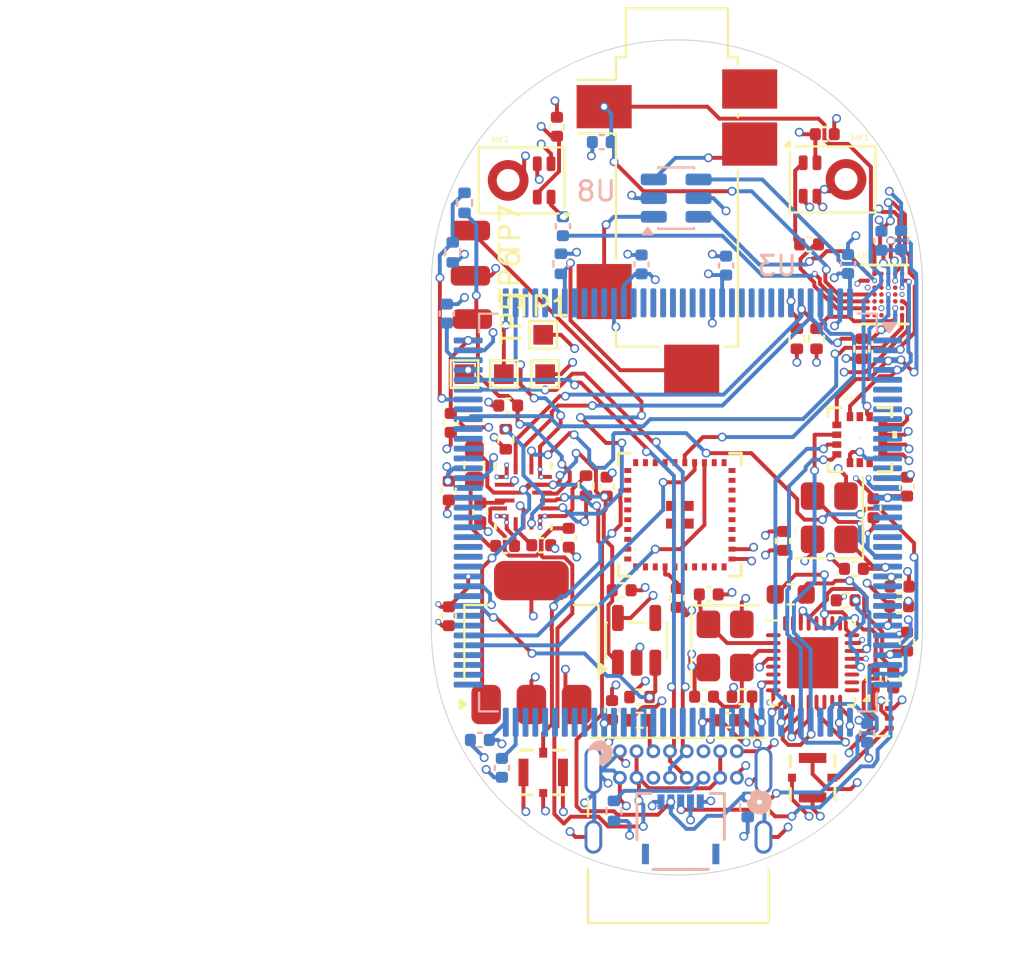
<source format=kicad_pcb>
(kicad_pcb (version 20241229) (generator "pcbnew") (generator_version "9.0")
  (layers (0 "F.Cu" signal) (4 "In1.Cu" signal) (6 "In2.Cu" signal) (8 "In3.Cu" signal) (10 "In4.Cu" signal) (2 "B.Cu" signal) (13 "F.Paste" user) (15 "B.Paste" user) (5 "F.SilkS" user "F.Silkscreen") (7 "B.SilkS" user "B.Silkscreen") (1 "F.Mask" user) (3 "B.Mask" user) (25 "Edge.Cuts" user))
  (net 0 "")
  (net 1 "+5V")
  (net 2 "Net-(U6-PMID)")
  (net 3 "GND")
  (net 4 "Net-(U3-PH1)")
  (net 5 "Net-(U3-PH0)")
  (net 6 "+1V8")
  (net 7 "Net-(U3-NRST)")
  (net 8 "Net-(C21-Pad1)")
  (net 9 "Net-(C22-Pad1)")
  (net 10 "Net-(U5-DVDD)")
  (net 11 "/SWDIO")
  (net 12 "/SWCLK")
  (net 13 "Net-(U3-BOOT0)")
  (net 14 "/I2C_SCL")
  (net 15 "/I2C_SDA")
  (net 19 "/SYS_MCLK")
  (net 27 "/UWB_RST")
  (net 29 "/CPU_TO_DSP")
  (net 41 "/UWB_IRQ")
  (net 46 "/UWB_CS")
  (net 57 "Net-(U6-REGN)")
  (net 58 "/SAI_BCLK")
  (net 69 "/UWB_MISO")
  (net 72 "/DSP_TO_CPU")
  (net 74 "/ACC_CS")
  (net 84 "/UWB_SCK")
  (net 85 "Net-(U6-BTST)")
  (net 87 "/UWB_MOSI")
  (net 98 "/SAI_FS")
  (net 109 "/VIB_DATA")
  (net 119 "/LED_R")
  (net 131 "/MIC2")
  (net 133 "/MIC2_RAW")
  (net 134 "/MIC1")
  (net 135 "/MIC1_RAW")
  (net 138 "+3.3V")
  (net 139 "/LED_G")
  (net 140 "/LED_B")
  (net 141 "/HP_DETECT")
  (net 142 "/CHG_STAT")
  (net 143 "/HPOUTR")
  (net 144 "/HPOUTL")
  (net 145 "Net-(J5-CC1)")
  (net 146 "Net-(J5-CC2)")
  (net 147 "Net-(J4-PadR)")
  (net 149 "Net-(J4-PadT)")
  (net 150 "Net-(U9-VDD_IO)")
  (net 151 "Net-(U9-XTAL_C2)")
  (net 152 "Net-(U9-XTAL_C1)")
  (net 153 "Net-(T1-AB)")
  (net 154 "Net-(U9-RFN)")
  (net 155 "Net-(U9-RFP)")
  (net 156 "Net-(T1-AA)")
  (net 157 "Net-(U9-VDD_CORE_ANA)")
  (net 158 "Net-(U9-REG_OUT)")
  (net 159 "/UWB_SHDN")
  (net 176 "Net-(J1-In)")
  (net 180 "/BATT_SENSE")
  (net 181 "/BTN_SENSE")
  (net 182 "/CM")
  (net 183 "Net-(C37-Pad2)")
  (net 184 "Net-(U6-VBUS)")
  (net 185 "Net-(U6-ILIM)")
  (net 223 "Net-(U7-DECOUPLE)")
  (net 224 "Net-(J6-In)")
  (net 225 "/RX")
  (net 226 "/TX")
  (net 227 "/BLT_RESET")
  (net 228 "/LED_DATA")
  (net 229 "/USB_N")
  (net 230 "/USB_P")
  (net 231 "Net-(U6-BAT)")
  (net 232 "Net-(U6-TS_BIAS)")
  (net 233 "/CHG_INT")
  (net 234 "/temp")
  (net 235 "/V1P8_EN")
  (footprint "Capacitor_SMD:C_0402_1005Metric" (layer "F.Cu") (at 23.2 60.32 90)
    (property "Reference" "C39" (hide yes))
    (property "Value" "10uF")
  )
  (footprint "ANC_Parts:ADXL382_Ultralib" (layer "F.Cu") (at 42.5 56.6316)
    (property "Reference" "U4")
    (property "Value" "ADXL382-1BCCZ-RL")
  )
  (footprint "Inductor_SMD:L_0603_1608Metric" (layer "F.Cu") (at 38.9875 64.5)
    (property "Reference" "L1" (hide yes))
    (property "Value" "180nH")
  )
  (footprint "Crystal:Crystal_SMD_3225-4Pin_3.2x2.5mm" (layer "F.Cu") (at 35.65 67.12 -90)
    (property "Reference" "Y2" (hide yes))
    (property "Value" "32.768 kHz")
  )
  (footprint "Capacitor_SMD:C_0402_1005Metric" (layer "F.Cu") (at 21.6 59.22 -90)
    (property "Reference" "C18" (hide yes))
    (property "Value" "0.1uF")
  )
  (footprint "Capacitor_SMD:C_0402_1005Metric" (layer "F.Cu") (at 39.92 46.7 180)
    (property "Reference" "C32" (hide yes))
    (property "Value" "1uF")
  )
  (footprint "Capacitor_SMD:C_0402_1005Metric" (layer "F.Cu") (at 44.2 68.78 90)
    (property "Reference" "C33" (hide yes))
    (property "Value" "10pF")
  )
  (footprint "Connector_Wire:SolderWirePad_1x01_SMD_1x2mm" (layer "F.Cu") (at 22.8 50.5 -90)
    (property "Reference" "TP5")
    (property "Value" "BATT+")
  )
  (footprint "Connector_Audio:Jack_3.5mm_CUI_SJ2-3593D-SMT_Horizontal" (layer "F.Cu") (at 33.2 43.3)
    (property "Reference" "J4" (hide yes))
    (property "Value" "AudioJack3_Switch")
  )
  (footprint "Sensor_Audio:Infineon_PG-LLGA-5-2" (layer "F.Cu") (at 41.12 43.4)
    (property "Reference" "MK1")
    (property "Value" "IM73A135V01")
  )
  (footprint "Capacitor_SMD:C_0402_1005Metric" (layer "F.Cu") (at 38.6 61.78 -90)
    (property "Reference" "C7" (hide yes))
    (property "Value" "10uF")
  )
  (footprint "Capacitor_SMD:C_0402_1005Metric" (layer "F.Cu") (at 33.2 64.68 90)
    (property "Reference" "C2" (hide yes))
    (property "Value" "10uF")
  )
  (footprint "ANC_Parts:ADAU1787_Ultralib" (layer "F.Cu") (at 43.775 49.25 -90)
    (property "Reference" "U5")
    (property "Value" "ADAU1787BCBZRL")
  )
  (footprint "Capacitor_SMD:C_0402_1005Metric" (layer "F.Cu") (at 30.39 64.29 180)
    (property "Reference" "C36" (hide yes))
    (property "Value" "10uF")
  )
  (footprint "Capacitor_SMD:C_0402_1005Metric" (layer "F.Cu") (at 21.7 55.78 -90)
    (property "Reference" "C14" (hide yes))
    (property "Value" "0.1uF")
  )
  (footprint "Capacitor_SMD:C_0402_1005Metric" (layer "F.Cu") (at 26.3 62 180)
    (property "Reference" "C35" (hide yes))
    (property "Value" "4.7µF")
  )
  (footprint "Package_TO_SOT_SMD:SOT-223-3_TabPin2" (layer "F.Cu") (at 25.8 66.95 90)
    (property "Reference" "U1" (hide yes))
    (property "Value" "AP7361C-33E")
  )
  (footprint "Capacitor_SMD:C_0402_1005Metric" (layer "F.Cu") (at 35.82 70.9)
    (property "Reference" "C10" (hide yes))
    (property "Value" "0.1uF")
  )
  (footprint "Capacitor_SMD:C_0402_1005Metric" (layer "F.Cu") (at 41.78 64.8 180)
    (property "Reference" "C23" (hide yes))
    (property "Value" "1uF")
  )
  (footprint "Connector_USB:USB_C_Receptacle_GCT_USB4085" (layer "F.Cu") (at 30.3 72.475)
    (property "Reference" "J5" (hide yes))
    (property "Value" "USB_C_Receptacle_USB2.0_14P")
  )
  (footprint "Resistor_SMD:R_0402_1005Metric" (layer "F.Cu") (at 31.31 70.9)
    (property "Reference" "R2" (hide yes))
    (property "Value" "5.1k")
  )
  (footprint "Sensor_Audio:Infineon_PG-LLGA-5-2" (layer "F.Cu") (at 25.3 43.45 180)
    (property "Reference" "MK2")
    (property "Value" "IM73A135V01")
  )
  (footprint "Resistor_SMD:R_0402_1005Metric" (layer "F.Cu") (at 36.51 69.7)
    (property "Reference" "R16" (hide yes))
    (property "Value" "100kΩ")
  )
  (footprint "Capacitor_SMD:C_0402_1005Metric" (layer "F.Cu") (at 27.7 61.62 90)
    (property "Reference" "C40" (hide yes))
    (property "Value" "10uF")
  )
  (footprint "Inductor_SMD:L_0603_1608Metric" (layer "F.Cu") (at 22.9 57.9125 90)
    (property "Reference" "L2" (hide yes))
    (property "Value" "1.5uH")
  )
  (footprint "Package_TO_SOT_SMD:SOT-23-5" (layer "F.Cu") (at 31.15 66.8375 90)
    (property "Reference" "U2" (hide yes))
    (property "Value" "AP2112K-1.8" (hide yes))
  )
  (footprint "Resistor_SMD:R_0402_1005Metric" (layer "F.Cu") (at 39.3 51.5 -90)
    (property "Reference" "R3" (hide yes))
    (property "Value" "10k")
  )
  (footprint "ANC_Parts:Spark_SR1120_QFN32" (layer "F.Cu") (at 40.1 67.975)
    (property "Reference" "U9" (hide yes))
    (property "Value" "~")
  )
  (footprint "Capacitor_SMD:C_0402_1005Metric" (layer "F.Cu") (at 34.82 64.5 180)
    (property "Reference" "C25" (hide yes))
    (property "Value" "10pF")
  )
  (footprint "TestPoint:TestPoint_Pad_1.0x1.0mm" (layer "F.Cu") (at 26.4 51.3)
    (property "Reference" "TP1")
    (property "Value" "TestPoint")
  )
  (footprint "Capacitor_SMD:C_0402_1005Metric" (layer "F.Cu") (at 43.2 68.78 -90)
    (property "Reference" "C34" (hide yes))
    (property "Value" "10pF")
  )
  (footprint "TestPoint:TestPoint_Pad_1.0x1.0mm" (layer "F.Cu") (at 22.4 53.3)
    (property "Reference" "TP4" (hide yes))
    (property "Value" "TestPoint")
  )
  (footprint "ANC_Parts:BGM220S_SIL" (layer "F.Cu") (at 33.349999 60.45)
    (property "Reference" "U7" (hide yes))
    (property "Value" "BGM220SC12WGA2R")
  )
  (footprint "Connector_Wire:SolderWirePad_1x01_SMD_1x2mm" (layer "F.Cu") (at 22.7 48.3 -90)
    (property "Reference" "TP6")
    (property "Value" "BATT-")
  )
  (footprint "Capacitor_SMD:C_0402_1005Metric" (layer "F.Cu") (at 27.1 40.72 90)
    (property "Reference" "C31" (hide yes))
    (property "Value" "0.1uF")
  )
  (footprint "Capacitor_SMD:C_0402_1005Metric" (layer "F.Cu") (at 44.9 66.9 90)
    (property "Reference" "C17" (hide yes))
    (property "Value" "0.1uF")
  )
  (footprint "Resistor_SMD:R_0402_1005Metric" (layer "F.Cu") (at 28.58 58.97 -90)
    (property "Reference" "R7" (hide yes))
    (property "Value" "10kΩ")
  )
  (footprint "Resistor_SMD:R_0402_1005Metric" (layer "F.Cu") (at 31.3 69.72 180)
    (property "Reference" "R12" (hide yes))
    (property "Value" "100kΩ")
  )
  (footprint "TestPoint:TestPoint_Pad_1.0x1.0mm" (layer "F.Cu") (at 24.4 53.3)
    (property "Reference" "TP2" (hide yes))
    (property "Value" "TestPoint")
  )
  (footprint "Crystal:Crystal_SMD_3225-4Pin_3.2x2.5mm" (layer "F.Cu") (at 40.95 60.6 90)
    (property "Reference" "Y1" (hide yes))
    (property "Value" "Crystal_GND24")
  )
  (footprint "RF_Converter:Balun_Johanson_1.6x0.8mm" (layer "F.Cu") (at 43.59 70.8)
    (property "Reference" "T1" (hide yes))
    (property "Value" "Transformer_1P_1S")
  )
  (footprint "Resistor_SMD:R_0402_1005Metric" (layer "F.Cu") (at 40.3 51.5 90)
    (property "Reference" "R4" (hide yes))
    (property "Value" "2.2kΩ")
  )
  (footprint "Capacitor_SMD:C_0402_1005Metric" (layer "F.Cu") (at 24.62 54.9)
    (property "Reference" "C1" (hide yes))
    (property "Value" "10uF")
  )
  (footprint "Connector_Wire:SolderWirePad_1x01_SMD_1x2mm" (layer "F.Cu") (at 22.7 46 -90)
    (property "Reference" "TP7")
    (property "Value" "BATT_TS")
  )
  (footprint "Resistor_SMD:R_0402_1005Metric" (layer "F.Cu") (at 24.5 56.61 -90)
    (property "Reference" "R6" (hide yes))
    (property "Value" "160Ω")
  )
  (footprint "Capacitor_SMD:C_0402_1005Metric" (layer "F.Cu") (at 24.463001 62.037001 180)
    (property "Reference" "C37" (hide yes))
    (property "Value" "47nF")
  )
  (footprint "Capacitor_SMD:C_0402_1005Metric" (layer "F.Cu") (at 44.52 64.1)
    (property "Reference" "C20" (hide yes))
    (property "Value" "0.1uF")
  )
  (footprint "Capacitor_SMD:C_0402_1005Metric" (layer "F.Cu") (at 44.5 65.1)
    (property "Reference" "C8" (hide yes))
    (property "Value" "0.1uF")
  )
  (footprint "Capacitor_SMD:C_0402_1005Metric" (layer "F.Cu") (at 29.63 59.02 -90)
    (property "Reference" "C38" (hide yes))
    (property "Value" "10uF")
  )
  (footprint "Capacitor_SMD:C_0402_1005Metric" (layer "F.Cu") (at 42.2 63.2 180)
    (property "Reference" "C3" (hide yes))
    (property "Value" "10pF")
  )
  (footprint "Resistor_SMD:R_0402_1005Metric" (layer "F.Cu") (at 42.6 52.01 90)
    (property "Reference" "R5" (hide yes))
    (property "Value" "2.2kΩ")
  )
  (footprint "ANC_Parts:CONN_X.FL-R-SMT-180_HIR" (layer "F.Cu") (at 26.4 73.55225 180)
    (property "Reference" "J6" (hide yes))
    (property "Value" "Conn_Coaxial")
  )
  (footprint "Capacitor_SMD:C_0402_1005Metric" (layer "F.Cu") (at 43.2 60.12 90)
    (property "Reference" "C6" (hide yes))
    (property "Value" "10pF")
  )
  (footprint "Capacitor_SMD:C_0402_1005Metric" (layer "F.Cu") (at 29.9 70.38 90)
    (property "Reference" "C11" (hide yes))
    (property "Value" "0.1uF")
  )
  (footprint "Capacitor_SMD:C_0402_1005Metric" (layer "F.Cu") (at 44.9 59.02 90)
    (property "Reference" "C4" (hide yes))
    (property "Value" "0.1uF")
  )
  (footprint "Capacitor_SMD:C_0402_1005Metric" (layer "F.Cu") (at 40.72 41.1)
    (property "Reference" "C28" (hide yes))
    (property "Value" "0.1uF")
  )
  (footprint "TestPoint:TestPoint_Pad_1.0x1.0mm" (layer "F.Cu") (at 26.5 53.3)
    (property "Reference" "TP3" (hide yes))
    (property "Value" "TestPoint")
  )
  (footprint "Capacitor_SMD:C_0402_1005Metric" (layer "F.Cu") (at 21.6 65.61 -90)
    (property "Reference" "C13" (hide yes))
    (property "Value" "0.1uF")
  )
  (footprint "ANC_Parts:WQFN-HR18__RYK_TEX" (layer "F.Cu") (at 25.392999 59.5 90)
    (property "Reference" "U6" (hide yes))
    (property "Value" "BQ25620RYKR")
  )
  (footprint "Capacitor_SMD:C_0402_1005Metric" (layer "F.Cu") (at 34.58 69.7)
    (property "Reference" "C24" (hide yes))
    (property "Value" "10pF")
  )
  (footprint "ANC_Parts:CONN_X.FL-R-SMT-180_HIR" (layer "F.Cu") (at 40.1 73.8221 90)
    (property "Reference" "J1" (hide yes))
    (property "Value" "Conn_Coaxial")
  )
  (footprint "Package_QFP:LQFP-144_20x20mm_P0.5mm" (layer "B.Cu") (at 33.25 60.3375 180)
    (property "Reference" "U3")
    (property "Value" "STM32H753ZITx")
  )
  (footprint "Capacitor_SMD:C_0402_1005Metric" (layer "B.Cu") (at 43.6 46.52 90)
    (property "Reference" "C27" (hide yes))
    (property "Value" "0.1uF")
  )
  (footprint "Capacitor_SMD:C_0402_1005Metric" (layer "B.Cu") (at 29.38 41.5 180)
    (property "Reference" "C29" (hide yes))
    (property "Value" "1uF")
  )
  (footprint "Resistor_SMD:R_0402_1005Metric" (layer "B.Cu") (at 30 75.51 90)
    (property "Reference" "R1" (hide yes))
    (property "Value" "5.1k")
  )
  (footprint "Capacitor_SMD:C_0402_1005Metric" (layer "B.Cu") (at 27.4 45.78 90)
    (property "Reference" "C30" (hide yes))
    (property "Value" "1uF")
  )
  (footprint "Resistor_SMD:R_0402_1005Metric" (layer "B.Cu") (at 22.4 44.59 -90)
    (property "Reference" "R9" (hide yes))
    (property "Value" "100kΩ")
  )
  (footprint "Resistor_SMD:R_0402_1005Metric" (layer "B.Cu") (at 27.3 47.69 90)
    (property "Reference" "R15" (hide yes))
    (property "Value" "10kΩ")
  )
  (footprint "Capacitor_SMD:C_0402_1005Metric" (layer "B.Cu") (at 42.87 71.54 -90)
    (property "Reference" "C9" (hide yes))
    (property "Value" "0.1uF")
  )
  (footprint "Capacitor_SMD:C_0402_1005Metric" (layer "B.Cu") (at 24.3 73.32 -90)
    (property "Reference" "C21" (hide yes))
    (property "Value" "2.2uF")
  )
  (footprint "Capacitor_SMD:C_0402_1005Metric" (layer "B.Cu") (at 21.5 50.22 90)
    (property "Reference" "C22" (hide yes))
    (property "Value" "2.2uF")
  )
  (footprint "Package_TO_SOT_SMD:SOT-23-6" (layer "B.Cu") (at 33.1625 44.35)
    (property "Reference" "U8")
    (property "Value" "USBLC6-2SC6")
  )
  (footprint "Resistor_SMD:R_0402_1005Metric" (layer "B.Cu") (at 36.8 75.31 -90)
    (property "Reference" "R11" (hide yes))
    (property "Value" "10kΩ")
  )
  (footprint "Capacitor_SMD:C_0402_1005Metric" (layer "B.Cu") (at 44.6 46.48 90)
    (property "Reference" "C26" (hide yes))
    (property "Value" "1uF")
  )
  (footprint "Capacitor_SMD:C_0402_1005Metric" (layer "B.Cu") (at 31.4 47.72 90)
    (property "Reference" "C15" (hide yes))
    (property "Value" "0.1uF")
  )
  (footprint "Resistor_SMD:R_0402_1005Metric" (layer "B.Cu") (at 21.8 47.11 -90)
    (property "Reference" "R10" (hide yes))
    (property "Value" "100kΩ")
  )
  (footprint "Capacitor_SMD:C_0402_1005Metric" (layer "B.Cu") (at 23.18 71.9 180)
    (property "Reference" "C12" (hide yes))
    (property "Value" "0.1uF")
  )
  (footprint "ANC_Parts:CONN_503480-0540_MOL" (layer "B.Cu") (at 33.390001 76.5534 180)
    (property "Reference" "J2" (hide yes))
    (property "Value" "Conn_01x06_Socket")
  )
  (footprint "Capacitor_SMD:C_0402_1005Metric" (layer "B.Cu") (at 35.7 47.78 90)
    (property "Reference" "C19" (hide yes))
    (property "Value" "0.1uF")
  )
  (footprint "Capacitor_SMD:C_0402_1005Metric" (layer "B.Cu") (at 41.9 47.7 90)
    (property "Reference" "C16" (hide yes))
    (property "Value" "0.1uF")
  )
  (gr_line (start 20.717049 48.753093) (end 20.717049 66.253093) (stroke (width 0.05)) (layer "Edge.Cuts"))
  (gr_arc (start 45.682951 66.25) (mid 33.201547 78.736044) (end 20.717049 66.253093) (stroke (width 0.05)) (layer "Edge.Cuts"))
  (gr_arc (start 20.717049 48.753093) (mid 33.2 36.270142) (end 45.682951 48.753093) (stroke (width 0.05)) (layer "Edge.Cuts"))
  (gr_line (start 45.682951 48.753093) (end 45.682951 66.25) (stroke (width 0.05)) (layer "Edge.Cuts"))
  (segment (start 22.9 57.125) (end 23.56 57.785) (width 0.2) (layer "F.Cu") (net 1))
  (segment (start 26.342999 58.925001) (end 25.646688 58.925001) (width 0.2) (layer "F.Cu") (net 1))
  (segment (start 29.081 58.190368) (end 28.212921 57.322289) (width 0.2) (layer "F.Cu") (net 1))
  (segment (start 23.294 63.154284) (end 23.797895 62.650389) (width 0.2) (layer "F.Cu") (net 1))
  (segment (start 29.72 67.495) (end 29.72 65.04) (width 0.2) (layer "F.Cu") (net 1))
  (segment (start 30.2 67.975) (end 29.72 67.495) (width 0.2) (layer "F.Cu") (net 1))
  (segment (start 29.575781 59.584994) (end 29.515591 59.524804) (width 0.2) (layer "F.Cu") (net 1))
  (segment (start 29.481 61.658283) (end 29.481 60.279841) (width 0.2) (layer "F.Cu") (net 1))
  (segment (start 29.91 62.087283) (end 29.481 61.658283) (width 0.2) (layer "F.Cu") (net 1))
  (segment (start 27.042998 58.925001) (end 27.252658 58.715341) (width 0.2) (layer "F.Cu") (net 1))
  (segment (start 29.320001 59.5) (end 29.081 59.260999) (width 0.2) (layer "F.Cu") (net 1))
  (segment (start 29.91 64.29) (end 29.91 62.087283) (width 0.2) (layer "F.Cu") (net 1))
  (segment (start 27.252658 58.715341) (end 27.252658 58.44381) (width 0.2) (layer "F.Cu") (net 1))
  (segment (start 23.294 69.894) (end 23.294 63.154284) (width 0.2) (layer "F.Cu") (net 1))
  (segment (start 28.212921 57.322289) (end 28.076572 57.322289) (width 0.2) (layer "F.Cu") (net 1))
  (segment (start 23.880999 59.325) (end 24.442999 59.325) (width 0.2) (layer "F.Cu") (net 1))
  (segment (start 29.081 59.260999) (end 29.081 58.190368) (width 0.2) (layer "F.Cu") (net 1))
  (segment (start 29.72 65.04) (end 29.91 64.85) (width 0.2) (layer "F.Cu") (net 1))
  (segment (start 23.56 59.004001) (end 23.880999 59.325) (width 0.2) (layer "F.Cu") (net 1))
  (segment (start 29.575781 60.18506) (end 29.575781 59.584994) (width 0.2) (layer "F.Cu") (net 1))
  (segment (start 29.91 64.85) (end 29.91 64.29) (width 0.2) (layer "F.Cu") (net 1))
  (segment (start 29.481 60.279841) (end 29.575781 60.18506) (width 0.2) (layer "F.Cu") (net 1))
  (segment (start 24.442999 59.325) (end 25.381 59.325) (width 0.2) (layer "F.Cu") (net 1))
  (segment (start 25.780999 58.925001) (end 26.342999 58.925001) (width 0.2) (layer "F.Cu") (net 1))
  (segment (start 25.646688 58.925001) (end 25.396232 59.175457) (width 0.2) (layer "F.Cu") (net 1))
  (segment (start 23.56 57.785) (end 23.56 59.004001) (width 0.2) (layer "F.Cu") (net 1))
  (segment (start 25.381 59.325) (end 25.780999 58.925001) (width 0.2) (layer "F.Cu") (net 1))
  (segment (start 26.342999 58.925001) (end 27.042998 58.925001) (width 0.2) (layer "F.Cu") (net 1))
  (segment (start 29.63 59.5) (end 29.320001 59.5) (width 0.2) (layer "F.Cu") (net 1))
  (via (at 25.396232 59.175457) (size 0.45) (drill 0.3) (layers "F.Cu" "B.Cu") (net 1))
  (via (at 27.252658 58.44381) (size 0.45) (drill 0.3) (layers "F.Cu" "B.Cu") (net 1))
  (via (at 29.515591 59.524804) (size 0.45) (drill 0.3) (layers "F.Cu" "B.Cu") (net 1))
  (via (at 26.9 58.925001) (size 0.45) (drill 0.3) (layers "F.Cu" "B.Cu") (net 1))
  (via (at 28.076572 57.322289) (size 0.45) (drill 0.3) (layers "F.Cu" "B.Cu") (net 1))
  (via (at 23.797895 62.650389) (size 0.45) (drill 0.3) (layers "F.Cu" "B.Cu") (net 1))
  (segment (start 25.36303 60.481919) (end 25.688386 60.156563) (width 0.2) (layer "B.Cu") (net 1))
  (segment (start 25.688386 59.467611) (end 25.396232 59.175457) (width 0.2) (layer "B.Cu") (net 1))
  (segment (start 27.366482 58.44381) (end 28.076572 57.73372) (width 0.2) (layer "B.Cu") (net 1))
  (segment (start 28.844804 59.524804) (end 29.515591 59.524804) (width 0.2) (layer "B.Cu") (net 1))
  (segment (start 25.36303 61.085254) (end 25.36303 60.481919) (width 0.2) (layer "B.Cu") (net 1))
  (segment (start 27.252658 58.44381) (end 27.366482 58.44381) (width 0.2) (layer "B.Cu") (net 1))
  (segment (start 28.245001 58.925001) (end 28.844804 59.524804) (width 0.2) (layer "B.Cu") (net 1))
  (segment (start 27.042998 58.925001) (end 28.245001 58.925001) (width 0.2) (layer "B.Cu") (net 1))
  (segment (start 28.076572 57.73372) (end 28.076572 57.322289) (width 0.2) (layer "B.Cu") (net 1))
  (segment (start 25.688386 60.156563) (end 25.688386 59.467611) (width 0.2) (layer "B.Cu") (net 1))
  (segment (start 23.797895 62.650389) (end 25.36303 61.085254) (width 0.2) (layer "B.Cu") (net 1))
  (segment (start 24.327999 59.84) (end 24.442999 59.725) (width 0.2) (layer "F.Cu") (net 2))
  (segment (start 23.2 59.84) (end 24.327999 59.84) (width 0.2) (layer "F.Cu") (net 2))
  (segment (start 33.879961 65.378874) (end 33.879961 65.349123) (width 0.2) (layer "F.Cu") (net 3))
  (segment (start 41.8 58.5) (end 41.4 58.1) (width 0.2) (layer "F.Cu") (net 3))
  (segment (start 25.399999 60.162387) (end 25.226197 59.988585) (width 0.2) (layer "F.Cu") (net 3))
  (segment (start 21.5 60.375) (end 21.525 60.4) (width 0.2) (layer "F.Cu") (net 3))
  (segment (start 34.1 69.7) (end 34.1 68.303481) (width 0.2) (layer "F.Cu") (net 3))
  (segment (start 24.14 54.9) (end 23.803971 54.9) (width 0.2) (layer "F.Cu") (net 3))
  (segment (start 32.128476 70.221) (end 32.438976 69.9105) (width 0.2) (layer "F.Cu") (net 3))
  (segment (start 36.25 72.475) (end 37.710896 72.475) (width 0.2) (layer "F.Cu") (net 3))
  (segment (start 24.5 57.12) (end 23.909631 56.529631) (width 0.2) (layer "F.Cu") (net 3))
  (segment (start 33.887897 65.323564) (end 33.903086 65.308375) (width 0.2) (layer "F.Cu") (net 3))
  (segment (start 40.8 44) (end 40.7 43.9) (width 0.2) (layer "F.Cu") (net 3))
  (segment (start 44 70.8) (end 43.584929 70.384929) (width 0.2) (layer "F.Cu") (net 3))
  (segment (start 25.3967 75.425779) (end 25.518869 75.547948) (width 0.2) (layer "F.Cu") (net 3))
  (segment (start 25.43 43.45) (end 25.43 42.27) (width 0.2) (layer "F.Cu") (net 3))
  (segment (start 37.9 61.3) (end 37.7 61.5) (width 0.2) (layer "F.Cu") (net 3))
  (segment (start 37.710896 72.475) (end 38.151087 72.034809) (width 0.2) (layer "F.Cu") (net 3))
  (segment (start 45 63.403717) (end 44.929951 63.333668) (width 0.2) (layer "F.Cu") (net 3))
  (segment (start 44.8184 56.8816) (end 43.6684 56.8816) (width 0.2) (layer "F.Cu") (net 3))
  (segment (start 29.9 69.3) (end 30.1 69.1) (width 0.2) (layer "F.Cu") (net 3))
  (segment (start 33.2 65.16) (end 33.509999 65.16) (width 0.2) (layer "F.Cu") (net 3))
  (segment (start 27.1 40.24) (end 27.1 39.5) (width 0.2) (layer "F.Cu") (net 3))
  (segment (start 28.041267 76.835) (end 27.765725 76.559458) (width 0.2) (layer "F.Cu") (net 3))
  (segment (start 33.878887 67.898887) (end 33.878887 67.608442) (width 0.2) (layer "F.Cu") (net 3))
  (segment (start 35.9 64.5) (end 36 64.4) (width 0.2) (layer "F.Cu") (net 3))
  (segment (start 29.9 69.9) (end 29.9 69.3) (width 0.2) (layer "F.Cu") (net 3))
  (segment (start 25.8 68.9) (end 26 68.7) (width 0.2) (layer "F.Cu") (net 3))
  (segment (start 34.8 68.22) (end 34.2 68.22) (width 0.2) (layer "F.Cu") (net 3))
  (segment (start 26.5 53.3) (end 27.3 53.3) (width 0.2) (layer "F.Cu") (net 3))
  (segment (start 21.7 56.9) (end 21.5 57.1) (width 0.2) (layer "F.Cu") (net 3))
  (segment (start 25.3967 73.55225) (end 25.3967 75.425779) (width 0.2) (layer "F.Cu") (net 3))
  (segment (start 44.788698 56.3816) (end 43.6684 56.3816) (width 0.2) (layer "F.Cu") (net 3))
  (segment (start 26.8 42.6) (end 26.8 42.1) (width 0.2) (layer "F.Cu") (net 3))
  (segment (start 33.887897 65.341187) (end 33.887897 65.323564) (width 0.2) (layer "F.Cu") (net 3))
  (segment (start 33.696066 65.556556) (end 33.802342 65.45028) (width 0.2) (layer "F.Cu") (net 3))
  (segment (start 33.613979 65.556556) (end 33.696066 65.556556) (width 0.2) (layer "F.Cu") (net 3))
  (segment (start 30.3 74.926048) (end 30.627952 75.254) (width 0.2) (layer "F.Cu") (net 3))
  (segment (start 31.479 70.221) (end 32.128476 70.221) (width 0.2) (layer "F.Cu") (net 3))
  (segment (start 26.1 42.6) (end 26.1 43.3) (width 0.2) (layer "F.Cu") (net 3))
  (segment (start 44.21 70.3) (end 44.65 69.86) (width 0.2) (layer "F.Cu") (net 3))
  (segment (start 31.439884 64.29) (end 31.58623 64.143654) (width 0.2) (layer "F.Cu") (net 3))
  (segment (start 25.399999 60.888) (end 25.399999 60.162387) (width 0.2) (layer "F.Cu") (net 3))
  (segment (start 37.6 76.835) (end 38.349623 76.835) (width 0.2) (layer "F.Cu") (net 3))
  (segment (start 40.1 75.39) (end 40.49 75.78) (width 0.2) (layer "F.Cu") (net 3))
  (segment (start 23.2 60.909098) (end 23.601532 61.31063) (width 0.2) (layer "F.Cu") (net 3))
  (segment (start 30.3 73.825) (end 30.3 74.926048) (width 0.2) (layer "F.Cu") (net 3))
  (segment (start 26.947 62.167) (end 27 62.167) (width 0.2) (layer "F.Cu") (net 3))
  (segment (start 25.8 63.8) (end 25.8 65.5) (width 0.2) (layer "F.Cu") (net 3))
  (segment (start 44.96274 56.207558) (end 44.788698 56.3816) (width 0.2) (layer "F.Cu") (net 3))
  (segment (start 27.4033 75.529296) (end 27.426004 75.552) (width 0.2) (layer "F.Cu") (net 3))
  (segment (start 30.3 72.8) (end 30.6 73.1) (width 0.2) (layer "F.Cu") (net 3))
  (segment (start 41.957543 72.427873) (end 41.957543 72.557543) (width 0.2) (layer "F.Cu") (net 3))
  (segment (start 22.7 48.3) (end 23.732826 48.3) (width 0.2) (layer "F.Cu") (net 3))
  (segment (start 31.15 67.35) (end 31.321288 67.178712) (width 0.2) (layer "F.Cu") (net 3))
  (segment (start 21.6 59.7) (end 21.6 60) (width 0.2) (layer "F.Cu") (net 3))
  (segment (start 40.862 74.4) (end 42.039226 74.4) (width 0.2) (layer "F.Cu") (net 3))
  (segment (start 37.288857 71.608858) (end 37.288857 72.097424) (width 0.2) (layer "F.Cu") (net 3))
  (segment (start 45 64.1) (end 45 63.403717) (width 0.2) (layer "F.Cu") (net 3))
  (segment (start 21.5 60.1) (end 21.5 60.375) (width 0.2) (layer "F.Cu") (net 3))
  (segment (start 39.05225 73.8221) (end 39.05225 74.91225) (width 0.2) (layer "F.Cu") (net 3))
  (segment (start 44 70.3) (end 44.21 70.3) (width 0.2) (layer "F.Cu") (net 3))
  (segment (start 44.967022 65.087022) (end 44.967022 64.83963) (width 0.2) (layer "F.Cu") (net 3))
  (segment (start 25.8 70.1) (end 25.8 68.9) (width 0.2) (layer "F.Cu") (net 3))
  (segment (start 41.2 41.1) (end 41.2 40.42) (width 0.2) (layer "F.Cu") (net 3))
  (segment (start 36 69.7) (end 36 69.304813) (width 0.2) (layer "F.Cu") (net 3))
  (segment (start 30.3 72.475) (end 30.3 72.8) (width 0.2) (layer "F.Cu") (net 3))
  (segment (start 29.691185 58.54) (end 29.911233 58.319952) (width 0.2) (layer "F.Cu") (net 3))
  (segment (start 33.802342 65.45028) (end 33.808555 65.45028) (width 0.2) (layer "F.Cu") (net 3))
  (segment (start 45 57.0632) (end 44.8184 56.8816) (width 0.2) (layer "F.Cu") (net 3))
  (segment (start 33.608381 65.258382) (end 33.608381 65.550958) (width 0.2) (layer "F.Cu") (net 3))
  (segment (start 23.98321 48.049616) (end 23.98321 47.922436) (width 0.2) (layer "F.Cu") (net 3))
  (segment (start 26.4 74.6) (end 26.4 75.398163) (width 0.2) (layer "F.Cu") (net 3))
  (segment (start 27.1 39.5) (end 27 39.4) (width 0.2) (layer "F.Cu") (net 3))
  (segment (start 40.1 73.638) (end 40.862 74.4) (width 0.2) (layer "F.Cu") (net 3))
  (segment (start 26.8 42.1) (end 26.3 41.6) (width 0.2) (layer "F.Cu") (net 3))
  (segment (start 33.608381 65.550958) (end 33.613979 65.556556) (width 0.2) (layer "F.Cu") (net 3))
  (segment (start 21.6 60) (end 21.5 60.1) (width 0.2) (layer "F.Cu") (net 3))
  (segment (start 43.2 59.5) (end 42.3 58.6) (width 0.2) (layer "F.Cu") (net 3))
  (segment (start 35.3 64.5) (end 35.9 64.5) (width 0.2) (layer "F.Cu") (net 3))
  (segment (start 43.085416 71.3) (end 41.957543 72.427873) (width 0.2) (layer "F.Cu") (net 3))
  (segment (start 21.257049 66.09) (end 21.067049 65.9) (width 0.2) (layer "F.Cu") (net 3))
  (segment (start 30.8 70.9) (end 31.479 70.221) (width 0.2) (layer "F.Cu") (net 3))
  (segment (start 28.95 76.835) (end 28.041267 76.835) (width 0.2) (layer "F.Cu") (net 3))
  (segment (start 37.6 73.455) (end 37.015 74.04) (width 0.2) (layer "F.Cu") (net 3))
  (segment (start 40.1 74.8254) (end 40.1 75.39) (width 0.2) (layer "F.Cu") (net 3))
  (segment (start 37.015 74.04) (end 36.87 74.04) (width 0.2) (layer "F.Cu") (net 3))
  (segment (start 41.8 59.5) (end 41.8 58.5) (width 0.2) (layer "F.Cu") (net 3))
  (segment (start 40.32 44.5) (end 40.62 44.8) (width 0.2) (layer "F.Cu") (net 3))
  (segment (start 33.879961 65.349123) (end 33.887897 65.341187) (width 0.2) (layer "F.Cu") (net 3))
  (segment (start 39.3 52.01) (end 39.3 52.7) (width 0.2) (layer "F.Cu") (net 3))
  (segment (start 25.43 42.27) (end 25.5 42.2) (width 0.2) (layer "F.Cu") (net 3))
  (segment (start 33.808555 65.45028) (end 33.879961 65.378874) (width 0.2) (layer "F.Cu") (net 3))
  (segment (start 33.509999 65.16) (end 33.608381 65.258382) (width 0.2) (layer "F.Cu") (net 3))
  (segment (start 30.79 69.71) (end 31.6 68.9) (width 0.2) (layer "F.Cu") (net 3))
  (segment (start 41.17 44) (end 40.8 44) (width 0.2) (layer "F.Cu") (net 3))
  (segment (start 27.4033 73.55225) (end 27.4033 75.529296) (width 0.2) (layer "F.Cu") (net 3))
  (segment (start 23.803971 54.9) (end 23.625582 54.721611) (width 0.2) (layer "F.Cu") (net 3))
  (segment (start 23.732826 48.3) (end 23.98321 48.049616) (width 0.2) (layer "F.Cu") (net 3))
  (segment (start 33.878887 67.608442) (end 33.952001 67.535328) (width 0.2) (layer "F.Cu") (net 3))
  (segment (start 39.62 44.471628) (end 39.955 44.806628) (width 0.2) (layer "F.Cu") (net 3))
  (segment (start 40.1 62.4) (end 39.7 62.8) (width 0.2) (layer "F.Cu") (net 3))
  (segment (start 43.584929 70.384929) (end 43.584929 69.900979) (width 0.2) (layer "F.Cu") (net 3))
  (segment (start 21.7 56.26) (end 21.7 56.9) (width 0.2) (layer "F.Cu") (net 3))
  (segment (start 38.349623 76.835) (end 38.854466 76.330157) (width 0.2) (layer "F.Cu") (net 3))
  (segment (start 36.5 64.9) (end 36.7 64.7) (width 0.2) (layer "F.Cu") (net 3))
  (segment (start 36 69.304813) (end 36.082799 69.222014) (width 0.2) (layer "F.Cu") (net 3))
  (segment (start 36.579999 70.9) (end 37.288857 71.608858) (width 0.2) (layer "F.Cu") (net 3))
  (segment (start 25.8 65.5) (end 25.9 65.6) (width 0.2) (layer "F.Cu") (net 3))
  (segment (start 30.79 69.72) (end 30.79 69.71) (width 0.2) (layer "F.Cu") (net 3))
  (segment (start 40.1 72.8188) (end 40.1 73.638) (width 0.2) (layer "F.Cu") (net 3))
  (segment (start 42.039226 74.4) (end 42.369613 74.069613) (width 0.2) (layer "F.Cu") (net 3))
  (segment (start 27.7 62.190422) (end 28.10692 62.597342) (width 0.2) (layer "F.Cu") (net 3))
  (segment (start 27.3 53.3) (end 27.9 52.7) (width 0.2) (layer "F.Cu") (net 3))
  (segment (start 41.671475 64.6) (end 41.471475 64.8) (width 0.2) (layer "F.Cu") (net 3))
  (segment (start 23.909631 56.529631) (end 23.909631 56.506684) (width 0.2) (layer "F.Cu") (net 3))
  (segment (start 41.6 63.2) (end 41 62.6) (width 0.2) (layer "F.Cu") (net 3))
  (segment (start 26.4 75.398163) (end 26.5163 75.514463) (width 0.2) (layer "F.Cu") (net 3))
  (segment (start 29.63 58.54) (end 29.691185 58.54) (width 0.2) (layer "F.Cu") (net 3))
  (segment (start 31.15 67.975) (end 31.15 67.35) (width 0.2) (layer "F.Cu") (net 3))
  (segment (start 41.7 64.6) (end 41.671475 64.6) (width 0.2) (layer "F.Cu") (net 3))
  (segment (start 24.94 58.71) (end 24.724999 58.925001) (width 0.2) (layer "F.Cu") (net 3))
  (segment (start 33.903086 65.308375) (end 33.952001 65.308375) (width 0.2) (layer "F.Cu") (net 3))
  (segment (start 26.1 43.3) (end 26.2 43.4) (width 0.2) (layer "F.Cu") (net 3))
  (segment (start 38.6 61.3) (end 37.9 61.3) (width 0.2) (layer "F.Cu") (net 3))
  (segment (start 36.5 66.02) (end 36.5 64.9) (width 0.2) (layer "F.Cu") (net 3))
  (segment (start 34.2 68.22) (end 33.878887 67.898887) (width 0.2) (layer "F.Cu") (net 3))
  (segment (start 45 57.1) (end 45 57.0632) (width 0.2) (layer "F.Cu") (net 3))
  (segment (start 36.25 73.65) (end 36.7 73.2) (width 0.2) (layer "F.Cu") (net 3))
  (segment (start 39.05225 74.91225) (end 39.92 75.78) (width 0.2) (layer "F.Cu") (net 3))
  (segment (start 30.87 64.29) (end 31.439884 64.29) (width 0.2) (layer "F.Cu") (net 3))
  (segment (start 36.3 70.9) (end 36.579999 70.9) (width 0.2) (layer "F.Cu") (net 3))
  (segment (start 40.1 61.7) (end 40.1 62.4) (width 0.2) (layer "F.Cu") (net 3))
  (segment (start 34.1 68.303481) (end 33.952001 68.155482) (width 0.2) (layer "F.Cu") (net 3))
  (segment (start 21.6 66.09) (end 21.257049 66.09) (width 0.2) (layer "F.Cu") (net 3))
  (via (at 23.770422 65.029578) (size 0.45) (drill 0.3) (layers "F.Cu" "B.Cu") (net 3))
  (via (at 23.852 51.185543) (size 0.45) (drill 0.3) (layers "F.Cu" "B.Cu") (net 3))
  (via (at 33.952001 68.155482) (size 0.45) (drill 0.3) (layers "F.Cu" "B.Cu") (net 3))
  (via (at 30.9 44.2) (size 0.45) (drill 0.3) (layers "F.Cu" "B.Cu") (net 3))
  (via (at 33.894434 75.972) (size 0.45) (drill 0.3) (layers "F.Cu" "B.Cu") (net 3))
  (via (at 27 62.167) (size 0.45) (drill 0.3) (layers "F.Cu" "B.Cu") (net 3))
  (via (at 23.4 72.8) (size 0.45) (drill 0.3) (layers "F.Cu" "B.Cu") (net 3))
  (via (at 25.9 65.6) (size 0.45) (drill 0.3) (layers "F.Cu" "B.Cu") (net 3))
  (via (at 35 50.7) (size 0.45) (drill 0.3) (layers "F.Cu" "B.Cu") (net 3))
  (via (at 25.5 42.2) (size 0.45) (drill 0.3) (layers "F.Cu" "B.Cu") (net 3))
  (via (at 29.733945 72.020216) (size 0.45) (drill 0.3) (layers "F.Cu" "B.Cu") (net 3))
  (via (at 42.3 58.6) (size 0.3) (drill 0.2) (layers "F.Cu" "B.Cu") (net 3))
  (via (at 40.7 43.9) (size 0.45) (drill 0.3) (layers "F.Cu" "B.Cu") (net 3))
  (via (at 23.98321 47.922436) (size 0.45) (drill 0.3) (layers "F.Cu" "B.Cu") (net 3))
  (via (at 30.627952 75.254) (size 0.45) (drill 0.3) (layers "F.Cu" "B.Cu") (net 3))
  (via (at 37.288857 72.097424) (size 0.45) (drill 0.3) (layers "F.Cu" "B.Cu") (net 3))
  (via (at 42.299569 46.26071) (size 0.45) (drill 0.3) (layers "F.Cu" "B.Cu") (net 3))
  (via (at 44.5 66.5) (size 0.3) (drill 0.2) (layers "F.Cu" "B.Cu") (net 3))
  (via (at 38.854466 76.330157) (size 0.45) (drill 0.3) (layers "F.Cu" "B.Cu") (net 3))
  (via (at 39.3 52.7) (size 0.45) (drill 0.3) (layers "F.Cu" "B.Cu") (net 3))
  (via (at 34.898287 71.880648) (size 0.45) (drill 0.3) (layers "F.Cu" "B.Cu") (net 3))
  (via (at 22.4 47.2) (size 0.45) (drill 0.3) (layers "F.Cu" "B.Cu") (net 3))
  (via (at 41 62.6) (size 0.45) (drill 0.3) (layers "F.Cu" "B.Cu") (net 3))
  (via (at 41.4 58.1) (size 0.45) (drill 0.3) (layers "F.Cu" "B.Cu") (net 3))
  (via (at 45.075 58.408859) (size 0.45) (drill 0.3) (layers "F.Cu" "B.Cu") (net 3))
  (via (at 28.85 42.2) (size 0.45) (drill 0.3) (layers "F.Cu" "B.Cu") (net 3))
  (via (at 44.65 69.86) (size 0.45) (drill 0.3) (layers "F.Cu" "B.Cu") (net 3))
  (via (at 43.481507 45.458766) (size 0.45) (drill 0.3) (layers "F.Cu" "B.Cu") (net 3))
  (via (at 38.151087 72.034809) (size 0.45) (drill 0.3) (layers "F.Cu" "B.Cu") (net 3))
  (via (at 30.6 73.1) (size 0.45) (drill 0.3) (layers "F.Cu" "B.Cu") (net 3))
  (via (at 33.952001 67.535328) (size 0.45) (drill 0.3) (layers "F.Cu" "B.Cu") (net 3))
  (via (at 30.7 47.2) (size 0.45) (drill 0.3) (layers "F.Cu" "B.Cu") (net 3))
  (via (at 40.49 75.78) (size 0.45) (drill 0.3) (layers "F.Cu" "B.Cu") (net 3))
  (via (at 41.32 40.3) (size 0.45) (drill 0.3) (layers "F.Cu" "B.Cu") (net 3))
  (via (at 36.87 74.04) (size 0.45) (drill 0.3) (layers "F.Cu" "B.Cu") (net 3))
  (via (at 24.94 58.71) (size 0.45) (drill 0.3) (layers "F.Cu" "B.Cu") (net 3))
  (via (at 39.955 44.806628) (size 0.45) (drill 0.3) (layers "F.Cu" "B.Cu") (net 3))
  (via (at 29.911233 58.319952) (size 0.45) (drill 0.3) (layers "F.Cu" "B.Cu") (net 3))
  (via (at 41.455 71.027756) (size 0.45) (drill 0.3) (layers "F.Cu" "B.Cu") (net 3))
  (via (at 31.942 75.26) (size 0.45) (drill 0.3) (layers "F.Cu" "B.Cu") (net 3))
  (via (at 30.1 50.9) (size 0.45) (drill 0.3) (layers "F.Cu" "B.Cu") (net 3))
  (via (at 23.909631 56.506684) (size 0.45) (drill 0.3) (layers "F.Cu" "B.Cu") (net 3))
  (via (at 26.3 41.6) (size 0.45) (drill 0.3) (layers "F.Cu" "B.Cu") (net 3))
  (via (at 28.5 75.1) (size 0.45) (drill 0.3) (layers "F.Cu" "B.Cu") (net 3))
  (via (at 42.957827 72.832355) (size 0.45) (drill 0.3) (layers "F.Cu" "B.Cu") (net 3))
  (via (at 40.62 44.8) (size 0.45) (drill 0.3) (layers "F.Cu" "B.Cu") (net 3))
  (via (at 30.1 69.1) (size 0.45) (drill 0.3) (layers "F.Cu" "B.Cu") (net 3))
  (via (at 33.952001 65.308375) (size 0.45) (drill 0.3) (layers "F.Cu" "B.Cu") (net 3))
  (via (at 25.518869 75.547948) (size 0.45) (drill 0.3) (layers "F.Cu" "B.Cu") (net 3))
  (via (at 23.625582 54.721611) (size 0.45) (drill 0.3) (layers "F.Cu" "B.Cu") (net 3))
  (via (at 31.58623 64.143654) (size 0.45) (drill 0.3) (layers "F.Cu" "B.Cu") (net 3))
  (via (at 36.7 73.2) (size 0.45) (drill 0.3) (layers "F.Cu" "B.Cu") (net 3))
  (via (at 29.7 74.1) (size 0.45) (drill 0.3) (layers "F.Cu" "B.Cu") (net 3))
  (via (at 44.967022 64.83963) (size 0.45) (drill 0.3) (layers "F.Cu" "B.Cu") (net 3))
  (via (at 36.082799 69.222014) (size 0.45) (drill 0.3) (layers "F.Cu" "B.Cu") (net 3))
  (via (at 35 47.2) (size 0.45) (drill 0.3) (layers "F.Cu" "B.Cu") (net 3))
  (via (at 21.067049 65.9) (size 0.3) (drill 0.2) (layers "F.Cu" "B.Cu") (net 3))
  (via (at 21.525 60.4) (size 0.45) (drill 0.3) (layers "F.Cu" "B.Cu") (net 3))
  (via (at 23.879605 57.535494) (size 0.45) (drill 0.3) (layers "F.Cu" "B.Cu") (net 3))
  (via (at 39.7 62.8) (size 0.45) (drill 0.3) (layers "F.Cu" "B.Cu") (net 3))
  (via (at 37.7 61.5) (size 0.45) (drill 0.3) (layers "F.Cu" "B.Cu") (net 3))
  (via (at 31.321288 67.178712) (size 0.45) (drill 0.3) (layers "F.Cu" "B.Cu") (net 3))
  (via (at 27.426004 75.552) (size 0.45) (drill 0.3) (layers "F.Cu" "B.Cu") (net 3))
  (via (at 22.4 49.4) (size 0.45) (drill 0.3) (layers "F.Cu" "B.Cu") (net 3))
  (via (at 42.945 58.581841) (size 0.3) (drill 0.2) (layers "F.Cu" "B.Cu") (net 3))
  (via (at 43.584929 69.900979) (size 0.45) (drill 0.3) (layers "F.Cu" "B.Cu") (net 3))
  (via (at 26 68.7) (size 0.45) (drill 0.3) (layers "F.Cu" "B.Cu") (net 3))
  (via (at 42.369613 74.069613) (size 0.45) (drill 0.3) (layers "F.Cu" "B.Cu") (net 3))
  (via (at 30.792134 76.752) (size 0.45) (drill 0.3) (layers "F.Cu" "B.Cu") (net 3))
  (via (at 44 44) (size 0.45) (drill 0.3) (layers "F.Cu" "B.Cu") (net 3))
  (via (at 23.5 73.4) (size 0.45) (drill 0.3) (layers "F.Cu" "B.Cu") (net 3))
  (via (at 45 57.1) (size 0.45) (drill 0.3) (layers "F.Cu" "B.Cu") (net 3))
  (via (at 26.2 43.4) (size 0.45) (drill 0.3) (layers "F.Cu" "B.Cu") (net 3))
  (via (at 27.9 52.7) (size 0.45) (drill 0.3) (layers "F.Cu" "B.Cu") (net 3))
  (via (at 26.5163 75.514463) (size 0.45) (drill 0.3) (layers "F.Cu" "B.Cu") (net 3))
  (via (at 44.96274 56.207558) (size 0.45) (drill 0.3) (layers "F.Cu" "B.Cu") (net 3))
  (via (at 41.957543 72.557543) (size 0.45) (drill 0.3) (layers "F.Cu" "B.Cu") (net 3))
  (via (at 44.929951 63.333668) (size 0.45) (drill 0.3) (layers "F.Cu" "B.Cu") (net 3))
  (via (at 23.601532 61.31063) (size 0.45) (drill 0.3) (layers "F.Cu" "B.Cu") (net 3))
  (via (at 32.438976 69.9105) (size 0.45) (drill 0.3) (layers "F.Cu" "B.Cu") (net 3))
  (via (at 27.765725 76.559458) (size 0.45) (drill 0.3) (layers "F.Cu" "B.Cu") (net 3))
  (via (at 25.226197 59.988585) (size 0.45) (drill 0.3) (layers "F.Cu" "B.Cu") (net 3))
  (via (at 39.92 75.78) (size 0.45) (drill 0.3) (layers "F.Cu" "B.Cu") (net 3))
  (via (at 27 39.4) (size 0.45) (drill 0.3) (layers "F.Cu" "B.Cu") (net 3))
  (via (at 36.7 64.7) (size 0.45) (drill 0.3) (layers "F.Cu" "B.Cu") (net 3))
  (via (at 28.10692 62.597342) (size 0.45) (drill 0.3) (layers "F.Cu" "B.Cu") (net 3))
  (via (at 21.5 57.1) (size 0.45) (drill 0.3) (layers "F.Cu" "B.Cu") (net 3))
  (via (at 36 64.4) (size 0.45) (drill 0.3) (layers "F.Cu" "B.Cu") (net 3))
  (via (at 41.7 64.6) (size 0.3) (drill 0.2) (layers "F.Cu" "B.Cu") (net 3))
  (via (at 31.6 68.9) (size 0.45) (drill 0.3) (layers "F.Cu" "B.Cu") (net 3))
  (segment (start 30 50.8) (end 30.1 50.9) (width 0.2) (layer "B.Cu") (net 3))
  (segment (start 41.9 46.660279) (end 42.299569 46.26071) (width 0.2) (layer "B.Cu") (net 3))
  (segment (start 23.324999 64.0875) (end 23.7 64.462501) (width 0.2) (layer "B.Cu") (net 3))
  (segment (start 42.87 72.744528) (end 42.957827 72.832355) (width 0.2) (layer "B.Cu") (net 3))
  (segment (start 21.5 49.74) (end 22.06 49.74) (width 0.2) (layer "B.Cu") (net 3))
  (segment (start 37.65 76.835) (end 37.65 73.455) (width 0.2) (layer "B.Cu") (net 3))
  (segment (start 30.792134 76.158) (end 30.792134 76.752) (width 0.2) (layer "B.Cu") (net 3))
  (segment (start 41.9 47.22) (end 41.9 46.660279) (width 0.2) (layer "B.Cu") (net 3))
  (segment (start 35.7 47.3) (end 35.1 47.3) (width 0.2) (layer "B.Cu") (net 3))
  (segment (start 22.06 49.74) (end 22.4 49.4) (width 0.2) (layer "B.Cu") (net 3))
  (segment (start 35 71) (end 35 71.778935) (width 0.2) (layer "B.Cu") (net 3))
  (segment (start 23.852 51.648) (end 23.852 51.185543) (width 0.2) (layer "B.Cu") (net 3))
  (segment (start 30 49.675) (end 30 50.8) (width 0.2) (layer "B.Cu") (net 3))
  (segment (start 23.7 64.462501) (end 23.7 64.959156) (width 0.2) (layer "B.Cu") (net 3))
  (segment (start 43.6 45.577259) (end 43.481507 45.458766) (width 0.2) (layer "B.Cu") (net 3))
  (segment (start 28.95 73.455) (end 28.95 74.65) (width 0.2) (layer "B.Cu") (net 3))
  (segment (start 28.95 74.65) (end 28.5 75.1) (width 0.2) (layer "B.Cu") (net 3))
  (segment (start 28.9 41.5) (end 28.9 42.15) (width 0.2) (layer "B.Cu") (net 3))
  (segment (start 43.6 46.04) (end 43.6 45.577259) (width 0.2) (layer "B.Cu") (net 3))
  (segment (start 44.6 46) (end 44.6 44.6) (width 0.2) (layer "B.Cu") (net 3))
  (segment (start 42.945 58.857499) (end 42.945 58.581841) (width 0.2) (layer "B.Cu") (net 3))
  (segment (start 35 71.778935) (end 34.898287 71.880648) (width 0.2) (layer "B.Cu") (net 3))
  (segment (start 32.0122 75.05) (end 31.942 75.1202) (width 0.2) (layer "B.Cu") (net 3))
  (segment (start 31.4 47.24) (end 30.74 47.24) (width 0.2) (layer "B.Cu") (net 3))
  (segment (start 29 73.455) (end 29.98 73.455) (width 0.2) (layer "B.Cu") (net 3))
  (segment (start 23.324999 58.5875) (end 23.759021 58.153478) (width 0.2) (layer "B.Cu") (net 3))
  (segment (start 44.4125 66.5875) (end 44.5 66.5) (width 0.2) (layer "B.Cu") (net 3))
  (segment (start 29 76.835) (end 29 73.455) (width 0.2) (layer "B.Cu") (net 3))
  (segment (start 22.5875 52.0875) (end 23.4125 52.0875) (width 0.2) (layer "B.Cu") (net 3))
  (segment (start 44.6 44.6) (end 44 44) (width 0.2) (layer "B.Cu") (net 3))
  (segment (start 29.98 73.455) (end 30.35 73.825) (width 0.2) (layer "B.Cu") (net 3))
  (segment (start 21.8 47.62) (end 21.98 47.62) (width 0.2) (layer "B.Cu") (net 3))
  (segment (start 23.759021 58.153478) (end 23.759021 57.656078) (width 0.2) (layer "B.Cu") (net 3))
  (segment (start 43.175001 59.0875) (end 42.945 58.857499) (width 0.2) (layer "B.Cu") (net 3))
  (segment (start 23.759021 57.656078) (end 23.879605 57.535494) (width 0.2) (layer "B.Cu") (net 3))
  (segment (start 32.39 75.05) (end 32.0122 75.05) (width 0.2) (layer "B.Cu") (net 3))
  (segment (start 30 71.754161) (end 29.733945 72.020216) (width 0.2) (layer "B.Cu") (net 3))
  (segment (start 24.3 73.8) (end 23.9 73.8) (width 0.2) (layer "B.Cu") (net 3))
  (segment (start 33.89 75.05) (end 33.89 75.967566) (width 0.2) (layer "B.Cu") (net 3))
  (segment (start 30.654134 76.02) (end 30.792134 76.158) (width 0.2) (layer "B.Cu") (net 3))
  (segment (start 28.9 42.15) (end 28.85 42.2) (width 0.2) (layer "B.Cu") (net 3))
  (segment (start 30.74 47.24) (end 30.7 47.2) (width 0.2) (layer "B.Cu") (net 3))
  (segment (start 33.89 75.967566) (end 33.894434 75.972) (width 0.2) (layer "B.Cu") (net 3))
  (segment (start 30 71) (end 30 71.754161) (width 0.2) (layer "B.Cu") (net 3))
  (segment (start 22.5875 58.5875) (end 23.324999 58.5875) (width 0.2) (layer "B.Cu") (net 3))
  (segment (start 35.1 47.3) (end 35 47.2) (width 0.2) (layer "B.Cu") (net 3))
  (segment (start 31.05 44.35) (end 30.9 44.2) (width 0.2) (layer "B.Cu") (net 3))
  (segment (start 43.9125 59.0875) (end 43.175001 59.0875) (width 0.2) (layer "B.Cu") (net 3))
  (segment (start 22.5875 64.0875) (end 23.324999 64.0875) (width 0.2) (layer "B.Cu") (net 3))
  (segment (start 42.87 72.02) (end 42.87 72.744528) (width 0.2) (layer "B.Cu") (net 3))
  (segment (start 29.055 73.455) (end 29.7 74.1) (width 0.2) (layer "B.Cu") (net 3))
  (segment (start 21.98 47.62) (end 22.4 47.2) (width 0.2) (layer "B.Cu") (net 3))
  (segment (start 23.4125 52.0875) (end 23.852 51.648) (width 0.2) (layer "B.Cu") (net 3))
  (segment (start 23.9 73.8) (end 23.5 73.4) (width 0.2) (layer "B.Cu") (net 3))
  (segment (start 31.942 75.1202) (end 31.942 75.26) (width 0.2) (layer "B.Cu") (net 3))
  (segment (start 35 49.675) (end 35 50.7) (width 0.2) (layer "B.Cu") (net 3))
  (segment (start 29 73.455) (end 29.37 73.455) (width 0.2) (layer "B.Cu") (net 3))
  (segment (start 30 76.02) (end 30.654134 76.02) (width 0.2) (layer "B.Cu") (net 3))
  (segment (start 32.025 44.35) (end 31.05 44.35) (width 0.2) (layer "B.Cu") (net 3))
  (segment (start 29.37 73.455) (end 30.35 72.475) (width 0.2) (layer "B.Cu") (net 3))
  (segment (start 23.7 64.959156) (end 23.770422 65.029578) (width 0.2) (layer "B.Cu") (net 3))
  (segment (start 22.7 72.1) (end 23.4 72.8) (width 0.2) (layer "B.Cu") (net 3))
  (segment (start 42.68 63.2) (end 43.7225 63.2) (width 0.2) (layer "F.Cu") (net 4))
  (segment (start 41.8 61.7) (end 43.2225 63.1225) (width 0.2) (layer "F.Cu") (net 4))
  (segment (start 43.7225 63.2) (end 43.8 63.1225) (width 0.2) (layer "F.Cu") (net 4))
  (segment (start 43.2225 63.1225) (end 43.8 63.1225) (width 0.2) (layer "F.Cu") (net 4))
  (via (at 43.8 63.1225) (size 0.45) (drill 0.3) (layers "F.Cu" "B.Cu") (net 4))
  (segment (start 42.419 60.819) (end 42.5 60.9) (width 0.2) (layer "F.Cu") (net 5))
  (segment (start 43.2 61.1) (end 42.9 61.4) (width 0.2) (layer "F.Cu") (net 5))
  (segment (start 43.2 60.6) (end 43.2 61.1) (width 0.2) (layer "F.Cu") (net 5))
  (segment (start 41.419 60.819) (end 42.419 60.819) (width 0.2) (layer "F.Cu") (net 5))
  (segment (start 40.1 59.5) (end 41.419 60.819) (width 0.2) (layer "F.Cu") (net 5))
  (via (at 42.9 61.4) (size 0.3) (drill 0.2) (layers "F.Cu" "B.Cu") (net 5))
  (via (at 42.5 60.9) (size 0.3) (drill 0.2) (layers "F.Cu" "B.Cu") (net 5))
  (segment (start 42.9 61.4) (end 42.9 62.176618) (width 0.2) (layer "B.Cu") (net 5))
  (segment (start 42.5 61.776618) (end 43.310882 62.5875) (width 0.2) (layer "B.Cu") (net 5))
  (segment (start 42.9 62.176618) (end 43.310882 62.5875) (width 0.2) (layer "B.Cu") (net 5))
  (segment (start 42.5 60.9) (end 42.5 61.776618) (width 0.2) (layer "B.Cu") (net 5))
  (segment (start 44.65 49.6) (end 44.717618 49.6) (width 0.2) (layer "F.Cu") (net 6))
  (segment (start 42.527 48.55) (end 42.377 48.7) (width 0.2) (layer "F.Cu") (net 6))
  (segment (start 30.2 65.7) (end 30.840272 65.7) (width 0.2) (layer "F.Cu") (net 6))
  (segment (start 30.840272 65.7) (end 31.991424 64.548848) (width 0.2) (layer "F.Cu") (net 6))
  (segment (start 44.681601 57.381601) (end 45 57.7) (width 0.2) (layer "F.Cu") (net 6))
  (segment (start 44.9453 49.827682) (end 44.9453 51.0547) (width 0.2) (layer "F.Cu") (net 6))
  (segment (start 43.6684 57.381601) (end 44.681601 57.381601) (width 0.2) (layer "F.Cu") (net 6))
  (segment (start 44.9453 51.0547) (end 42.8 53.2) (width 0.2) (layer "F.Cu") (net 6))
  (segment (start 42.8 53.2) (end 41.705 53.2) (width 0.2) (layer "F.Cu") (net 6))
  (segment (start 38.6 62.26) (end 37.94 62.26) (width 0.2) (layer "F.Cu") (net 6))
  (segment (start 37.94 62.26) (end 37.7 62.5) (width 0.2) (layer "F.Cu") (net 6))
  (segment (start 42.9 48.55) (end 42.527 48.55) (width 0.2) (layer "F.Cu") (net 6))
  (segment (start 44.717618 49.6) (end 44.9453 49.827682) (width 0.2) (layer "F.Cu") (net 6))
  (via (at 45 57.7) (size 0.45) (drill 0.3) (layers "F.Cu" "B.Cu") (net 6))
  (via (at 42.377 48.7) (size 0.3) (drill 0.2) (layers "F.Cu" "B.Cu") (net 6))
  (via (at 41.705 53.2) (size 0.45) (drill 0.3) (layers "F.Cu" "B.Cu") (net 6))
  (via (at 35.7 45) (size 0.45) (drill 0.3) (layers "F.Cu" "B.Cu") (net 6))
  (via (at 37.7 62.5) (size 0.45) (drill 0.3) (layers "F.Cu" "B.Cu") (net 6))
  (via (at 31.991424 64.548848) (size 0.45) (drill 0.3) (layers "F.Cu" "B.Cu") (net 6))
  (segment (start 34.3 44.35) (end 35.05 44.35) (width 0.2) (layer "B.Cu") (net 6))
  (segment (start 35.05 44.35) (end 35.7 45) (width 0.2) (layer "B.Cu") (net 6))
  (segment (start 44.04 64.1) (end 44.04 63.6825) (width 0.2) (layer "F.Cu") (net 7))
  (segment (start 44.04 63.6825) (end 44.1 63.6225) (width 0.2) (layer "F.Cu") (net 7))
  (via (at 44.1 63.6225) (size 0.45) (drill 0.3) (layers "F.Cu" "B.Cu") (net 7))
  (segment (start 25 72.14) (end 25 71) (width 0.2) (layer "B.Cu") (net 8))
  (segment (start 24.3 72.84) (end 25 72.14) (width 0.2) (layer "B.Cu") (net 8))
  (segment (start 21.5 50.7) (end 21.5 52.135247) (width 0.2) (layer "B.Cu") (net 9))
  (segment (start 21.5 52.135247) (end 21.952253 52.5875) (width 0.2) (layer "B.Cu") (net 9))
  (segment (start 44.65 47.79254) (end 44.65 48.9) (width 0.2) (layer "B.Cu") (net 10))
  (segment (start 44.715464 47.727076) (end 44.65 47.79254) (width 0.2) (layer "B.Cu") (net 10))
  (segment (start 43.6 47) (end 44.56 47) (width 0.2) (layer "B.Cu") (net 10))
  (segment (start 44.715464 47.075464) (end 44.715464 47.727076) (width 0.2) (layer "B.Cu") (net 10))
  (via (at 22.5875 53.0875) (size 0.45) (drill 0.3) (layers "F.Cu" "B.Cu") (net 11))
  (segment (start 24.4 53.3) (end 24.4 50.9) (width 0.2) (layer "F.Cu") (net 12))
  (segment (start 24.4 50.9) (end 24.5 50.8) (width 0.2) (layer "F.Cu") (net 12))
  (via (at 24.5 50.8) (size 0.45) (drill 0.3) (layers "F.Cu" "B.Cu") (net 12))
  (segment (start 24.5 50.8) (end 24.5 49.675) (width 0.2) (layer "B.Cu") (net 12))
  (segment (start 39.3 50.99) (end 39.3 50.404225) (width 0.2) (layer "F.Cu") (net 13))
  (segment (start 39.002 50.106225) (end 39.002 49.580436) (width 0.2) (layer "F.Cu") (net 13))
  (segment (start 39.3 50.404225) (end 39.002 50.106225) (width 0.2) (layer "F.Cu") (net 13))
  (via (at 39.002 49.580436) (size 0.45) (drill 0.3) (layers "F.Cu" "B.Cu") (net 13))
  (segment (start 44.156344 50.6053) (end 42.193613 50.6053) (width 0.2) (layer "F.Cu") (net 14))
  (segment (start 27.240761 54.419754) (end 27.530438 54.419754) (width 0.2) (layer "F.Cu") (net 14))
  (segment (start 42.193613 50.6053) (end 41.972313 50.384) (width 0.2) (layer "F.Cu") (net 14))
  (segment (start 41.972313 50.384) (end 40.906 50.384) (width 0.2) (layer "F.Cu") (net 14))
  (segment (start 40.3 50.99) (end 40.3 50.765) (width 0.2) (layer "F.Cu") (net 14))
  (segment (start 25 56.660515) (end 27.240761 54.419754) (width 0.2) (layer "F.Cu") (net 14))
  (segment (start 44.3 50.461644) (end 44.156344 50.6053) (width 0.2) (layer "F.Cu") (net 14))
  (segment (start 40.3 50.765) (end 39.535 50) (width 0.2) (layer "F.Cu") (net 14))
  (segment (start 44.3 50.3) (end 44.3 50.461644) (width 0.2) (layer "F.Cu") (net 14))
  (segment (start 25 58.1) (end 25 56.660515) (width 0.2) (layer "F.Cu") (net 14))
  (segment (start 40.906 50.384) (end 40.3 50.99) (width 0.2) (layer "F.Cu") (net 14))
  (via (at 27.530438 54.419754) (size 0.45) (drill 0.3) (layers "F.Cu" "B.Cu") (net 14))
  (via (at 39.535 50) (size 0.45) (drill 0.3) (layers "F.Cu" "B.Cu") (net 14))
  (segment (start 27.607692 54.3425) (end 27.530438 54.419754) (width 0.2) (layer "B.Cu") (net 14))
  (segment (start 39.5 49.675) (end 39.5 50.412499) (width 0.2) (layer "B.Cu") (net 14))
  (segment (start 35.569999 54.3425) (end 27.607692 54.3425) (width 0.2) (layer "B.Cu") (net 14))
  (segment (start 39.5 50.412499) (end 35.569999 54.3425) (width 0.2) (layer "B.Cu") (net 14))
  (segment (start 25.399999 58.1) (end 25.394 58.094001) (width 0.2) (layer "F.Cu") (net 15))
  (segment (start 42.6 51.5) (end 41.571213 51.5) (width 0.2) (layer "F.Cu") (net 15))
  (segment (start 26.838455 55.21804) (end 27.156495 54.9) (width 0.2) (layer "F.Cu") (net 15))
  (segment (start 43.128184 51.5) (end 43.584268 51.043916) (width 0.2) (layer "F.Cu") (net 15))
  (segment (start 27.156495 54.9) (end 28.9 54.9) (width 0.2) (layer "F.Cu") (net 15))
  (segment (start 41.571213 51.5) (end 41.367213 51.704) (width 0.2) (layer "F.Cu") (net 15))
  (segment (start 26.838455 55.561545) (end 26.838455 55.21804) (width 0.2) (layer "F.Cu") (net 15))
  (segment (start 25.394 58.094001) (end 25.394 57.006) (width 0.2) (layer "F.Cu") (net 15))
  (segment (start 25.394 57.006) (end 26.838455 55.561545) (width 0.2) (layer "F.Cu") (net 15))
  (segment (start 42.6 51.5) (end 43.128184 51.5) (width 0.2) (layer "F.Cu") (net 15))
  (via (at 28.9 54.9) (size 0.45) (drill 0.3) (layers "F.Cu" "B.Cu") (net 15))
  (via (at 41.367213 51.704) (size 0.45) (drill 0.3) (layers "F.Cu" "B.Cu") (net 15))
  (via (at 43.584268 51.043916) (size 0.45) (drill 0.3) (layers "F.Cu" "B.Cu") (net 15))
  (segment (start 35.512499 54.9) (end 40 50.412499) (width 0.2) (layer "B.Cu") (net 15))
  (segment (start 40 50.412499) (end 40 49.675) (width 0.2) (layer "B.Cu") (net 15))
  (segment (start 28.9 54.9) (end 35.512499 54.9) (width 0.2) (layer "B.Cu") (net 15))
  (segment (start 41.068795 51.704) (end 41.367213 51.704) (width 0.2) (layer "B.Cu") (net 15))
  (segment (start 44.3 49.95) (end 44.3 50.586927) (width 0.2) (layer "B.Cu") (net 15))
  (segment (start 40.468 50.880499) (end 40.468 51.103205) (width 0.2) (layer "B.Cu") (net 15))
  (segment (start 43.843011 51.043916) (end 43.584268 51.043916) (width 0.2) (layer "B.Cu") (net 15))
  (segment (start 44.3 50.586927) (end 43.843011 51.043916) (width 0.2) (layer "B.Cu") (net 15))
  (segment (start 40 50.412499) (end 40.468 50.880499) (width 0.2) (layer "B.Cu") (net 15))
  (segment (start 40.468 51.103205) (end 41.068795 51.704) (width 0.2) (layer "B.Cu") (net 15))
  (segment (start 41.444063 52.266375) (end 41.238115 52.266375) (width 0.2) (layer "F.Cu") (net 19))
  (segment (start 44.65 50.939878) (end 43.628878 51.961) (width 0.2) (layer "F.Cu") (net 19))
  (segment (start 43.628878 51.961) (end 41.749438 51.961) (width 0.2) (layer "F.Cu") (net 19))
  (segment (start 41.749438 51.961) (end 41.444063 52.266375) (width 0.2) (layer "F.Cu") (net 19))
  (segment (start 44.65 50.3) (end 44.65 50.939878) (width 0.2) (layer "F.Cu") (net 19))
  (via (at 41.238115 52.266375) (size 0.45) (drill 0.3) (layers "F.Cu" "B.Cu") (net 19))
  (segment (start 39.6125 55.5875) (end 41.3 53.9) (width 0.2) (layer "B.Cu") (net 19))
  (segment (start 31.851725 55.5875) (end 39.6125 55.5875) (width 0.2) (layer "B.Cu") (net 19))
  (segment (start 22.7375 55.4375) (end 26.683465 55.4375) (width 0.2) (layer "B.Cu") (net 19))
  (segment (start 22.5875 55.5875) (end 22.7375 55.4375) (width 0.2) (layer "B.Cu") (net 19))
  (segment (start 41.3 52.32826) (end 41.238115 52.266375) (width 0.2) (layer "B.Cu") (net 19))
  (segment (start 31.488948 55.950277) (end 31.851725 55.5875) (width 0.2) (layer "B.Cu") (net 19))
  (segment (start 41.3 53.9) (end 41.3 52.32826) (width 0.2) (layer "B.Cu") (net 19))
  (segment (start 26.683465 55.4375) (end 27.196242 55.950277) (width 0.2) (layer "B.Cu") (net 19))
  (segment (start 27.196242 55.950277) (end 31.488948 55.950277) (width 0.2) (layer "B.Cu") (net 19))
  (segment (start 41.5 70.25) (end 42.002 70.752) (width 0.2) (layer "F.Cu") (net 27))
  (segment (start 42.002 70.752) (end 42.002 71.175722) (width 0.2) (layer "F.Cu") (net 27))
  (via (at 42.002 71.175722) (size 0.45) (drill 0.3) (layers "F.Cu" "B.Cu") (net 27))
  (segment (start 43.95 50.297702) (end 43.655786 50.591916) (width 0.2) (layer "B.Cu") (net 29))
  (segment (start 43.397043 50.591916) (end 42.984 51.004959) (width 0.2) (layer "B.Cu") (net 29))
  (segment (start 43.95 49.25) (end 43.95 50.297702) (width 0.2) (layer "B.Cu") (net 29))
  (segment (start 43.655786 50.591916) (end 43.397043 50.591916) (width 0.2) (layer "B.Cu") (net 29))
  (segment (start 42.984 53.396499) (end 43.175001 53.5875) (width 0.2) (layer "B.Cu") (net 29))
  (segment (start 43.175001 53.5875) (end 43.9125 53.5875) (width 0.2) (layer "B.Cu") (net 29))
  (segment (start 42.984 51.004959) (end 42.984 53.396499) (width 0.2) (layer "B.Cu") (net 29))
  (segment (start 38.7 69.975) (end 38.56 69.975) (width 0.2) (layer "F.Cu") (net 41))
  (segment (start 38.56 69.975) (end 38.035 70.5) (width 0.2) (layer "F.Cu") (net 41))
  (via (at 38.035 70.5) (size 0.45) (drill 0.3) (layers "F.Cu" "B.Cu") (net 41))
  (segment (start 39.1 70.4) (end 38.5 71) (width 0.2) (layer "F.Cu") (net 46))
  (segment (start 39.1 69.975) (end 39.1 70.4) (width 0.2) (layer "F.Cu") (net 46))
  (via (at 38.5 71) (size 0.45) (drill 0.3) (layers "F.Cu" "B.Cu") (net 46))
  (segment (start 25.82 62) (end 25 61.18) (width 0.2) (layer "F.Cu") (net 57))
  (segment (start 25 61.18) (end 25 60.888) (width 0.2) (layer "F.Cu") (net 57))
  (segment (start 42.000001 54.921854) (end 43.521855 53.4) (width 0.2) (layer "F.Cu") (net 58))
  (segment (start 44.0855 53.4) (end 44.4 53.0855) (width 0.2) (layer "F.Cu") (net 58))
  (segment (start 45 48.6) (end 44.95 48.55) (width 0.2) (layer "F.Cu") (net 58))
  (segment (start 44.95 48.55) (end 44.65 48.55) (width 0.2) (layer "F.Cu") (net 58))
  (segment (start 42.000001 55.4632) (end 42.000001 54.921854) (width 0.2) (layer "F.Cu") (net 58))
  (segment (start 43.521855 53.4) (end 44.0855 53.4) (width 0.2) (layer "F.Cu") (net 58))
  (via (at 45 48.6) (size 0.3) (drill 0.2) (layers "F.Cu" "B.Cu") (net 58))
  (via (at 44.4 53.0855) (size 0.45) (drill 0.3) (layers "F.Cu" "B.Cu") (net 58))
  (segment (start 45.089607 52.279873) (end 44.967075 52.157341) (width 0.2) (layer "B.Cu") (net 58))
  (segment (start 44.649999 53.0875) (end 45.089607 52.647892) (width 0.2) (layer "B.Cu") (net 58))
  (segment (start 43.9125 53.0875) (end 44.649999 53.0875) (width 0.2) (layer "B.Cu") (net 58))
  (segment (start 44.967075 52.157341) (end 44.967075 51.229879) (width 0.2) (layer "B.Cu") (net 58))
  (segment (start 45 51.196954) (end 45 48.6) (width 0.2) (layer "B.Cu") (net 58))
  (segment (start 45.089607 52.647892) (end 45.089607 52.279873) (width 0.2) (layer "B.Cu") (net 58))
  (segment (start 44.967075 51.229879) (end 45 51.196954) (width 0.2) (layer "B.Cu") (net 58))
  (segment (start 41.770845 72.014237) (end 40.431211 70.674603) (width 0.2) (layer "F.Cu") (net 69))
  (segment (start 40.431211 70.674603) (end 40.431211 70.381211) (width 0.2) (layer "F.Cu") (net 69))
  (segment (start 40.431211 70.381211) (end 40.3 70.25) (width 0.2) (layer "F.Cu") (net 69))
  (segment (start 41.3316 57.381601) (end 41.059928 57.653273) (width 0.2) (layer "F.Cu") (net 69))
  (segment (start 41.059928 57.653273) (end 40.652 57.653273) (width 0.2) (layer "F.Cu") (net 69))
  (via (at 40.652 57.653273) (size 0.45) (drill 0.3) (layers "F.Cu" "B.Cu") (net 69))
  (via (at 41.770845 72.014237) (size 0.45) (drill 0.3) (layers "F.Cu" "B.Cu") (net 69))
  (segment (start 38.9 59) (end 39.748 58.152) (width 0.2) (layer "B.Cu") (net 69))
  (segment (start 39.805001 72.0425) (end 39.5 71.737499) (width 0.2) (layer "B.Cu") (net 69))
  (segment (start 39.5 67.210122) (end 38.81 66.520122) (width 0.2) (layer "B.Cu") (net 69))
  (segment (start 38.977 62.343841) (end 38.9 62.266841) (width 0.2) (layer "B.Cu") (net 69))
  (segment (start 38.977 62.656159) (end 38.977 62.343841) (width 0.2) (layer "B.Cu") (net 69))
  (segment (start 41.742582 72.0425) (end 39.805001 72.0425) (width 0.2) (layer "B.Cu") (net 69))
  (segment (start 38.81 66.520122) (end 38.81 64.279878) (width 0.2) (layer "B.Cu") (net 69))
  (segment (start 38.81 64.279878) (end 38.9 64.189878) (width 0.2) (layer "B.Cu") (net 69))
  (segment (start 39.5 71) (end 39.5 67.210122) (width 0.2) (layer "B.Cu") (net 69))
  (segment (start 38.9 62.733159) (end 38.977 62.656159) (width 0.2) (layer "B.Cu") (net 69))
  (segment (start 39.748 58.012775) (end 40.107502 57.653273) (width 0.2) (layer "B.Cu") (net 69))
  (segment (start 40.107502 57.653273) (end 40.652 57.653273) (width 0.2) (layer "B.Cu") (net 69))
  (segment (start 38.9 62.266841) (end 38.9 59) (width 0.2) (layer "B.Cu") (net 69))
  (segment (start 39.748 58.152) (end 39.748 58.012775) (width 0.2) (layer "B.Cu") (net 69))
  (segment (start 38.9 64.189878) (end 38.9 62.733159) (width 0.2) (layer "B.Cu") (net 69))
  (segment (start 39.5 71.737499) (end 39.5 71) (width 0.2) (layer "B.Cu") (net 69))
  (segment (start 41.770845 72.014237) (end 41.742582 72.0425) (width 0.2) (layer "B.Cu") (net 69))
  (segment (start 45.031136 47.272317) (end 44.795418 47.036599) (width 0.2) (layer "F.Cu") (net 72))
  (segment (start 45.377 48.756159) (end 45.377 48.49524) (width 0.2) (layer "F.Cu") (net 72))
  (segment (start 44.795418 45.193887) (end 44.175983 44.574452) (width 0.2) (layer "F.Cu") (net 72))
  (segment (start 44.175983 44.574452) (end 43.945811 44.574452) (width 0.2) (layer "F.Cu") (net 72))
  (segment (start 44.562075 52.0425) (end 44.562075 51.917347) (width 0.2) (layer "F.Cu") (net 72))
  (segment (start 45.377 48.49524) (end 45.031136 48.149376) (width 0.2) (layer "F.Cu") (net 72))
  (segment (start 45.291 48.842159) (end 45.377 48.756159) (width 0.2) (layer "F.Cu") (net 72))
  (segment (start 44.056693 45.504509) (end 43.528325 46.032877) (width 0.2) (layer "F.Cu") (net 72))
  (segment (start 43.528325 46.032877) (end 43.528325 46.733759) (width 0.2) (layer "F.Cu") (net 72))
  (segment (start 44.795418 47.036599) (end 44.795418 45.193887) (width 0.2) (layer "F.Cu") (net 72))
  (segment (start 43.699731 46.905165) (end 43.699731 47.662883) (width 0.2) (layer "F.Cu") (net 72))
  (segment (start 45.291 51.188422) (end 45.291 48.842159) (width 0.2) (layer "F.Cu") (net 72))
  (segment (start 44.562075 51.917347) (end 45.291 51.188422) (width 0.2) (layer "F.Cu") (net 72))
  (segment (start 45.031136 48.149376) (end 45.031136 47.272317) (width 0.2) (layer "F.Cu") (net 72))
  (segment (start 43.528325 46.733759) (end 43.699731 46.905165) (width 0.2) (layer "F.Cu") (net 72))
  (via (at 44.056693 45.504509) (size 0.45) (drill 0.3) (layers "F.Cu" "B.Cu") (net 72))
  (via (at 43.945811 44.574452) (size 0.45) (drill 0.3) (layers "F.Cu" "B.Cu") (net 72))
  (via (at 44.562075 52.0425) (size 0.45) (drill 0.3) (layers "F.Cu" "B.Cu") (net 72))
  (via (at 43.699731 47.662883) (size 0.45) (drill 0.3) (layers "F.Cu" "B.Cu") (net 72))
  (segment (start 44.056693 44.593107) (end 44.038038 44.574452) (width 0.2) (layer "B.Cu") (net 72))
  (segment (start 43.95 48.9) (end 43.95 47.913152) (width 0.2) (layer "B.Cu") (net 72))
  (segment (start 44.038038 44.574452) (end 43.945811 44.574452) (width 0.2) (layer "B.Cu") (net 72))
  (segment (start 44.562075 52.0425) (end 43.9575 52.0425) (width 0.2) (layer "B.Cu") (net 72))
  (segment (start 43.95 47.913152) (end 43.699731 47.662883) (width 0.2) (layer "B.Cu") (net 72))
  (segment (start 44.056693 45.504509) (end 44.056693 44.593107) (width 0.2) (layer "B.Cu") (net 72))
  (segment (start 42.115003 57.256398) (end 42.5 57.256398) (width 0.2) (layer "F.Cu") (net 74))
  (segment (start 42.000001 57.8) (end 42.000001 57.3714) (width 0.2) (layer "F.Cu") (net 74))
  (segment (start 42.000001 57.3714) (end 42.115003 57.256398) (width 0.2) (layer "F.Cu") (net 74))
  (via (at 42.5 57.256398) (size 0.45) (drill 0.3) (layers "F.Cu" "B.Cu") (net 74))
  (segment (start 42.831102 57.5875) (end 43.9125 57.5875) (width 0.2) (layer "B.Cu") (net 74))
  (segment (start 42.5 57.256398) (end 42.831102 57.5875) (width 0.2) (layer "B.Cu") (net 74))
  (segment (start 38.866829 72.154285) (end 39.480214 72.154285) (width 0.2) (layer "F.Cu") (net 84))
  (segment (start 38.583 71.521281) (end 38.583 71.870456) (width 0.2) (layer "F.Cu") (net 84))
  (segment (start 39.5 69.975) (end 39.5 70.604281) (width 0.2) (layer "F.Cu") (net 84))
  (segment (start 38.583 71.870456) (end 38.866829 72.154285) (width 0.2) (layer "F.Cu") (net 84))
  (segment (start 40.2 56.4) (end 40.2 58.2) (width 0.2) (layer "F.Cu") (net 84))
  (segment (start 41.3316 56.3816) (end 40.2184 56.3816) (width 0.2) (layer "F.Cu") (net 84))
  (segment (start 40.2184 56.3816) (end 40.2 56.4) (width 0.2) (layer "F.Cu") (net 84))
  (segment (start 39.5 70.604281) (end 38.583 71.521281) (width 0.2) (layer "F.Cu") (net 84))
  (segment (start 39.480214 72.154285) (end 40.025155 71.609344) (width 0.2) (layer "F.Cu") (net 84))
  (via (at 40.2 58.2) (size 0.45) (drill 0.3) (layers "F.Cu" "B.Cu") (net 84))
  (via (at 40.025155 71.609344) (size 0.45) (drill 0.3) (layers "F.Cu" "B.Cu") (net 84))
  (segment (start 39.150707 64.910068) (end 39.150707 66.450707) (width 0.2) (layer "B.Cu") (net 84))
  (segment (start 40.2 58.2) (end 40.2 63.860775) (width 0.2) (layer "B.Cu") (net 84))
  (segment (start 39.150707 66.450707) (end 40 67.3) (width 0.2) (layer "B.Cu") (net 84))
  (segment (start 40 67.3) (end 40 71) (width 0.2) (layer "B.Cu") (net 84))
  (segment (start 40.2 63.860775) (end 39.150707 64.910068) (width 0.2) (layer "B.Cu") (net 84))
  (segment (start 24.553412 61.183412) (end 24.943001 61.573001) (width 0.2) (layer "F.Cu") (net 85))
  (segment (start 24.553412 61.098678) (end 24.553412 61.183412) (width 0.2) (layer "F.Cu") (net 85))
  (segment (start 24.943001 61.573001) (end 24.943001 62.037001) (width 0.2) (layer "F.Cu") (net 85))
  (segment (start 40.8704 56.8816) (end 40.652 57.1) (width 0.2) (layer "F.Cu") (net 87))
  (segment (start 39.9 69.975) (end 39.9 70.883285) (width 0.2) (layer "F.Cu") (net 87))
  (segment (start 39.9 70.883285) (end 39.035 71.748285) (width 0.2) (layer "F.Cu") (net 87))
  (segment (start 41.3316 56.8816) (end 40.8704 56.8816) (width 0.2) (layer "F.Cu") (net 87))
  (via (at 39.035 71.748285) (size 0.45) (drill 0.3) (layers "F.Cu" "B.Cu") (net 87))
  (via (at 40.652 57.1) (size 0.45) (drill 0.3) (layers "F.Cu" "B.Cu") (net 87))
  (segment (start 38.207313 69.469814) (end 38.207313 58.692687) (width 0.2) (layer "B.Cu") (net 87))
  (segment (start 39.035 71.624) (end 39.035 71.748285) (width 0.2) (layer "B.Cu") (net 87))
  (segment (start 39.8 57.1) (end 40.652 57.1) (width 0.2) (layer "B.Cu") (net 87))
  (segment (start 39 70.262501) (end 38.207313 69.469814) (width 0.2) (layer "B.Cu") (net 87))
  (segment (start 38.207313 58.692687) (end 39.8 57.1) (width 0.2) (layer "B.Cu") (net 87))
  (segment (start 39 71.713285) (end 39.035 71.748285) (width 0.2) (layer "B.Cu") (net 87))
  (segment (start 39 71) (end 39 71.713285) (width 0.2) (layer "B.Cu") (net 87))
  (segment (start 39 71) (end 39 70.262501) (width 0.2) (layer "B.Cu") (net 87))
  (segment (start 44.076052 47.352439) (end 44.263464 47.539851) (width 0.2) (layer "F.Cu") (net 98))
  (segment (start 41.3316 54.529175) (end 42.312775 53.548) (width 0.2) (layer "F.Cu") (net 98))
  (segment (start 45.257951 53.196398) (end 45.217383 53.196398) (width 0.2) (layer "F.Cu") (net 98))
  (segment (start 42.976461 53.548) (end 43.900582 52.623879) (width 0.2) (layer "F.Cu") (net 98))
  (segment (start 43.900582 52.623879) (end 43.948879 52.623879) (width 0.2) (layer "F.Cu") (net 98))
  (segment (start 44.076052 46.519999) (end 44.076052 47.352439) (width 0.2) (layer "F.Cu") (net 98))
  (segment (start 45.217383 53.196398) (end 44.592863 52.571878) (width 0.2) (layer "F.Cu") (net 98))
  (segment (start 41.3316 55.881599) (end 41.3316 54.529175) (width 0.2) (layer "F.Cu") (net 98))
  (segment (start 42.312775 53.548) (end 42.976461 53.548) (width 0.2) (layer "F.Cu") (net 98))
  (via (at 44.263464 47.539851) (size 0.45) (drill 0.3) (layers "F.Cu" "B.Cu") (net 98))
  (via (at 44.592863 52.571878) (size 0.45) (drill 0.3) (layers "F.Cu" "B.Cu") (net 98))
  (via (at 45.257951 53.196398) (size 0.45) (drill 0.3) (layers "F.Cu" "B.Cu") (net 98))
  (via (at 44.076052 46.519999) (size 0.45) (drill 0.3) (layers "F.Cu" "B.Cu") (net 98))
  (via (at 43.948879 52.623879) (size 0.45) (drill 0.3) (layers "F.Cu" "B.Cu") (net 98))
  (segment (start 45.364569 48.768589) (end 45.364569 48.191869) (width 0.2) (layer "B.Cu") (net 98))
  (segment (start 45.364569 48.191869) (end 45.101 47.9283) (width 0.2) (layer "B.Cu") (net 98))
  (segment (start 44.910984 46.489) (end 44.107051 46.489) (width 0.2) (layer "B.Cu") (net 98))
  (segment (start 45.381951 48.785971) (end 45.364569 48.768589) (width 0.2) (layer "B.Cu") (net 98))
  (segment (start 44.3 47.576387) (end 44.263464 47.539851) (width 0.2) (layer "B.Cu") (net 98))
  (segment (start 44.592863 52.571878) (end 43.928122 52.571878) (width 0.2) (layer "B.Cu") (net 98))
  (segment (start 44.3 48.55) (end 44.3 47.576387) (width 0.2) (layer "B.Cu") (net 98))
  (segment (start 45.257951 53.196398) (end 45.381951 53.072398) (width 0.2) (layer "B.Cu") (net 98))
  (segment (start 45.381951 53.072398) (end 45.381951 48.785971) (width 0.2) (layer "B.Cu") (net 98))
  (segment (start 44.107051 46.489) (end 44.076052 46.519999) (width 0.2) (layer "B.Cu") (net 98))
  (segment (start 45.101 47.9283) (end 45.101 46.679016) (width 0.2) (layer "B.Cu") (net 98))
  (segment (start 45.101 46.679016) (end 44.910984 46.489) (width 0.2) (layer "B.Cu") (net 98))
  (segment (start 44.243918 45.052509) (end 43.63123 45.052509) (width 0.2) (layer "F.Cu") (net 109))
  (segment (start 42.869278 54.927445) (end 42.869278 55.332479) (width 0.2) (layer "F.Cu") (net 109))
  (segment (start 44.3 48.132382) (end 44.751136 47.681246) (width 0.2) (layer "F.Cu") (net 109))
  (segment (start 44.751136 47.388297) (end 44.504418 47.141579) (width 0.2) (layer "F.Cu") (net 109))
  (segment (start 44.3 48.2) (end 44.3 48.132382) (width 0.2) (layer "F.Cu") (net 109))
  (segment (start 44.504418 47.141579) (end 44.504418 45.313009) (width 0.2) (layer "F.Cu") (net 109))
  (segment (start 42.869278 55.332479) (end 42.999999 55.4632) (width 0.2) (layer "F.Cu") (net 109))
  (segment (start 44.504418 45.313009) (end 44.243918 45.052509) (width 0.2) (layer "F.Cu") (net 109))
  (segment (start 44.751136 47.681246) (end 44.751136 47.388297) (width 0.2) (layer "F.Cu") (net 109))
  (segment (start 43.63123 45.052509) (end 43.472958 44.894237) (width 0.2) (layer "F.Cu") (net 109))
  (via (at 43.472958 44.894237) (size 0.45) (drill 0.3) (layers "F.Cu" "B.Cu") (net 109))
  (via (at 42.869278 54.927445) (size 0.45) (drill 0.3) (layers "F.Cu" "B.Cu") (net 109))
  (segment (start 42.693 49.553892) (end 42.714213 49.553892) (width 0.2) (layer "B.Cu") (net 109))
  (segment (start 43.581 48.687105) (end 43.581 48.275072) (width 0.2) (layer "B.Cu") (net 109))
  (segment (start 42.714213 49.553892) (end 43.581 48.687105) (width 0.2) (layer "B.Cu") (net 109))
  (segment (start 43.048386 45.231883) (end 43.386032 44.894237) (width 0.2) (layer "B.Cu") (net 109))
  (segment (start 42.869278 54.927445) (end 42.693 54.751167) (width 0.2) (layer "B.Cu") (net 109))
  (segment (start 43.048386 47.742458) (end 43.581 48.275072) (width 0.2) (layer "B.Cu") (net 109))
  (segment (start 43.386032 44.894237) (end 43.472958 44.894237) (width 0.2) (layer "B.Cu") (net 109))
  (segment (start 43.048386 45.231883) (end 43.048386 47.742458) (width 0.2) (layer "B.Cu") (net 109))
  (segment (start 42.693 54.751167) (end 42.693 49.553892) (width 0.2) (layer "B.Cu") (net 109))
  (segment (start 40.468 48.456318) (end 40.205837 48.194155) (width 0.2) (layer "F.Cu") (net 131))
  (segment (start 40.468 48.703205) (end 40.468 48.456318) (width 0.2) (layer "F.Cu") (net 131))
  (segment (start 42.9 49.6) (end 41.364795 49.6) (width 0.2) (layer "F.Cu") (net 131))
  (segment (start 41.364795 49.6) (end 40.468 48.703205) (width 0.2) (layer "F.Cu") (net 131))
  (via (at 40.205837 48.194155) (size 0.3) (drill 0.2) (layers "F.Cu" "B.Cu") (net 131))
  (segment (start 40.205837 48.194155) (end 40.103692 48.2963) (width 0.2) (layer "B.Cu") (net 131))
  (segment (start 37.547263 48.2963) (end 35.510963 46.26) (width 0.2) (layer "B.Cu") (net 131))
  (segment (start 40.103692 48.2963) (end 37.547263 48.2963) (width 0.2) (layer "B.Cu") (net 131))
  (segment (start 35.510963 46.26) (end 27.4 46.26) (width 0.2) (layer "B.Cu") (net 131))
  (segment (start 26.8 44.3) (end 26.8 44.7) (width 0.2) (layer "F.Cu") (net 133))
  (segment (start 26.8 44.7) (end 27.4 45.3) (width 0.2) (layer "F.Cu") (net 133))
  (via (at 27.4 45.3) (size 0.45) (drill 0.3) (layers "F.Cu" "B.Cu") (net 133))
  (segment (start 41.318815 49.95) (end 42.9 49.95) (width 0.2) (layer "F.Cu") (net 134))
  (segment (start 39.483791 47.438193) (end 39.483791 47.9388) (width 0.2) (layer "F.Cu") (net 134))
  (segment (start 40.221984 46.7) (end 39.483791 47.438193) (width 0.2) (layer "F.Cu") (net 134))
  (segment (start 39.483791 47.9388) (end 40.188 48.643009) (width 0.2) (layer "F.Cu") (net 134))
  (segment (start 40.188 48.819185) (end 41.318815 49.95) (width 0.2) (layer "F.Cu") (net 134))
  (segment (start 40.188 48.643009) (end 40.188 48.819185) (width 0.2) (layer "F.Cu") (net 134))
  (segment (start 39.62 42.55) (end 39.214 42.956) (width 0.2) (layer "F.Cu") (net 135))
  (segment (start 39.214 42.956) (end 39.214 46.474) (width 0.2) (layer "F.Cu") (net 135))
  (segment (start 39.214 46.474) (end 39.44 46.7) (width 0.2) (layer "F.Cu") (net 135))
  (segment (start 44.649474 55.881599) (end 43.6684 55.881599) (width 0.2) (layer "F.Cu") (net 138))
  (segment (start 21.7 52.475) (end 22.5875 51.5875) (width 0.2) (layer "F.Cu") (net 138))
  (segment (start 40.24 41.1) (end 40.24 42.47) (width 0.2) (layer "F.Cu") (net 138))
  (segment (start 42.797426 67.775) (end 42.808292 67.764134) (width 0.2) (layer "F.Cu") (net 138))
  (segment (start 22.401977 56.001977) (end 23.629983 56.001977) (width 0.2) (layer "F.Cu") (net 138))
  (segment (start 44.02 65.1) (end 44.02 65.98) (width 0.2) (layer "F.Cu") (net 138))
  (segment (start 21.7 55.3) (end 22.401977 56.001977) (width 0.2) (layer "F.Cu") (net 138))
  (segment (start 29.700765 70.86) (end 29.498 71.062765) (width 0.2) (layer "F.Cu") (net 138))
  (segment (start 42.1 67.775) (end 42.797426 67.775) (width 0.2) (layer "F.Cu") (net 138))
  (segment (start 40.3 52.01) (end 40.3 52.7) (width 0.2) (layer "F.Cu") (net 138))
  (segment (start 37.405 68.195) (end 37.405 68.2) (width 0.2) (layer "F.Cu") (net 138))
  (segment (start 21.6 65.13) (end 21.197049 65.13) (width 0.2) (layer "F.Cu") (net 138))
  (segment (start 21.6 58.1) (end 21.5 58) (width 0.2) (layer "F.Cu") (net 138))
  (segment (start 42.1 66.975) (end 42.457522 66.975) (width 0.2) (layer "F.Cu") (net 138))
  (segment (start 44.9 59.5) (end 44 59.5) (width 0.2) (layer "F.Cu") (net 138))
  (segment (start 42.457522 66.975) (end 42.619403 66.813119) (width 0.2) (layer "F.Cu") (net 138))
  (segment (start 35.34 70.9) (end 34.6 70.9) (width 0.2) (layer "F.Cu") (net 138))
  (segment (start 38.1 69.8) (end 37.9 70) (width 0.2) (layer "F.Cu") (net 138))
  (segment (start 44.9 67.38) (end 44.212799 67.38) (width 0.2) (layer "F.Cu") (net 138))
  (segment (start 27.1 41.2) (end 26.8 41.2) (width 0.2) (layer "F.Cu") (net 138))
  (segment (start 21.6 58.74) (end 21.6 58.1) (width 0.2) (layer "F.Cu") (net 138))
  (segment (start 44.952811 55.206362) (end 44.90511 55.254063) (width 0.2) (layer "F.Cu") (net 138))
  (segment (start 26.4 51.3) (end 27.3 51.3) (width 0.2) (layer "F.Cu") (net 138))
  (segment (start 44.90511 55.254063) (end 44.90511 55.625963) (width 0.2) (layer "F.Cu") (net 138))
  (segment (start 27.530919 69.530919) (end 27.530919 68.305967) (width 0.2) (layer "F.Cu") (net 138))
  (segment (start 41.82 52.52) (end 41.8 52.5) (width 0.2) (layer "F.Cu") (net 138))
  (segment (start 36.542267 72.016315) (end 36.717584 72.016315) (width 0.2) (layer "F.Cu") (net 138))
  (segment (start 26.8 41.2) (end 26.3 40.7) (width 0.2) (layer "F.Cu") (net 138))
  (segment (start 37.825 67.775) (end 37.405 68.195) (width 0.2) (layer "F.Cu") (net 138))
  (segment (start 22.5875 64.1425) (end 22.5875 63.5875) (width 0.2) (layer "F.Cu") (net 138))
  (segment (start 21.7 55.3) (end 21.7 52.475) (width 0.2) (layer "F.Cu") (net 138))
  (segment (start 44.02 65.078167) (end 42.869278 63.927445) (width 0.2) (layer "F.Cu") (net 138))
  (segment (start 35.425952 70.9) (end 36.542267 72.016315) (width 0.2) (layer "F.Cu") (net 138))
  (segment (start 40.24 41.1) (end 39.52 41.1) (width 0.2) (layer "F.Cu") (net 138))
  (segment (start 26.1 44.09319) (end 27.206 42.98719) (width 0.2) (layer "F.Cu") (net 138))
  (segment (start 42.6 52.52) (end 41.82 52.52) (width 0.2) (layer "F.Cu") (net 138))
  (segment (start 27.3 51.3) (end 28 52) (width 0.2) (layer "F.Cu") (net 138))
  (segment (start 35.999999 62.199999) (end 37.000001 62.199999) (width 0.2) (layer "F.Cu") (net 138))
  (segment (start 27.206 42.98719) (end 27.206 41.306) (width 0.2) (layer "F.Cu") (net 138))
  (segment (start 38.1 69.375) (end 38.1 69.8) (width 0.2) (layer "F.Cu") (net 138))
  (segment (start 36.900001 62.700001) (end 37 62.8) (width 0.2) (layer "F.Cu") (net 138))
  (segment (start 34.6 70.9) (end 34.5 71) (width 0.2) (layer "F.Cu") (net 138))
  (segment (start 44 59.5) (end 43.9125 59.5875) (width 0.2) (layer "F.Cu") (net 138))
  (segment (start 44.02 65.98) (end 43.9125 66.0875) (width 0.2) (layer "F.Cu") (net 138))
  (segment (start 21.197049 65.13) (end 21.067049 65) (width 0.2) (layer "F.Cu") (net 138))
  (segment (start 35.999999 62.700001) (end 36.900001 62.700001) (width 0.2) (layer "F.Cu") (net 138))
  (segment (start 37.000001 62.199999) (end 37.1 62.1) (width 0.2) (layer "F.Cu") (net 138))
  (segment (start 44.212799 67.38) (end 44.039849 67.55295) (width 0.2) (layer "F.Cu") (net 138))
  (segment (start 44.90511 55.625963) (end 44.649474 55.881599) (width 0.2) (layer "F.Cu") (net 138))
  (segment (start 21.6 65.13) (end 22.5875 64.1425) (width 0.2) (layer "F.Cu") (net 138))
  (via (at 44.039849 67.55295) (size 0.45) (drill 0.3) (layers "F.Cu" "B.Cu") (net 138))
  (via (at 24.3 72.1) (size 0.45) (drill 0.3) (layers "F.Cu" "B.Cu") (net 138))
  (via (at 32.1 48.5) (size 0.45) (drill 0.3) (layers "F.Cu" "B.Cu") (net 138))
  (via (at 37 62.8) (size 0.45) (drill 0.3) (layers "F.Cu" "B.Cu") (net 138))
  (via (at 42.619403 66.813119) (size 0.3) (drill 0.2) (layers "F.Cu" "B.Cu") (net 138))
  (via (at 44.965822 65.788) (size 0.45) (drill 0.3) (layers "F.Cu" "B.Cu") (net 138))
  (via (at 22.5875 63.5875) (size 0.3) (drill 0.2) (layers "F.Cu" "B.Cu") (net 138))
  (via (at 22.5875 51.5875) (size 0.45) (drill 0.3) (layers "F.Cu" "B.Cu") (net 138))
  (via (at 34.92 74.998138) (size 0.45) (drill 0.3) (layers "F.Cu" "B.Cu") (net 138))
  (via (at 41.8 52.5) (size 0.45) (drill 0.3) (layers "F.Cu" "B.Cu") (net 138))
  (via (at 41.2 48.4) (size 0.45) (drill 0.3) (layers "F.Cu" "B.Cu") (net 138))
  (via (at 36.717584 72.016315) (size 0.45) (drill 0.3) (layers "F.Cu" "B.Cu") (net 138))
  (via (at 37.9 70) (size 0.3) (drill 0.2) (layers "F.Cu" "B.Cu") (net 138))
  (via (at 21.067049 65) (size 0.3) (drill 0.2) (layers "F.Cu" "B.Cu") (net 138))
  (via (at 28 52) (size 0.45) (drill 0.3) (layers "F.Cu" "B.Cu") (net 138))
  (via (at 43.9125 66.0875) (size 0.45) (drill 0.3) (layers "F.Cu" "B.Cu") (net 138))
  (via (at 27.530919 68.305967) (size 0.45) (drill 0.3) (layers "F.Cu" "B.Cu") (net 138))
  (via (at 43.9125 59.5875) (size 0.45) (drill 0.3) (layers "F.Cu" "B.Cu") (net 138))
  (via (at 34.5 71) (size 0.45) (drill 0.3) (layers "F.Cu" "B.Cu") (net 138))
  (via (at 42.808292 67.764134) (size 0.3) (drill 0.2) (layers "F.Cu" "B.Cu") (net 138))
  (via (at 26.3 40.7) (size 0.45) (drill 0.3) (layers "F.Cu" "B.Cu") (net 138))
  (via (at 34.8 48.2) (size 0.45) (drill 0.3) (layers "F.Cu" "B.Cu") (net 138))
  (via (at 29.498 71.062765) (size 0.45) (drill 0.3) (layers "F.Cu" "B.Cu") (net 138))
  (via (at 40.3 52.7) (size 0.45) (drill 0.3) (layers "F.Cu" "B.Cu") (net 138))
  (via (at 39.42 41) (size 0.45) (drill 0.3) (layers "F.Cu" "B.Cu") (net 138))
  (via (at 37.405 68.2) (size 0.45) (drill 0.3) (layers "F.Cu" "B.Cu") (net 138))
  (via (at 21.553872 58.744531) (size 0.45) (drill 0.3) (layers "F.Cu" "B.Cu") (net 138))
  (via (at 37.1 62.1) (size 0.45) (drill 0.3) (layers "F.Cu" "B.Cu") (net 138))
  (via (at 42.869278 63.927445) (size 0.45) (drill 0.3) (layers "F.Cu" "B.Cu") (net 138))
  (via (at 42.455 70.9) (size 0.45) (drill 0.3) (layers "F.Cu" "B.Cu") (net 138))
  (via (at 44.952811 55.206362) (size 0.45) (drill 0.3) (layers "F.Cu" "B.Cu") (net 138))
  (via (at 23.629983 56.001977) (size 0.45) (drill 0.3) (layers "F.Cu" "B.Cu") (net 138))
  (via (at 41.216766 50.847) (size 0.45) (drill 0.3) (layers "F.Cu" "B.Cu") (net 138))
  (via (at 28.1 47.1) (size 0.45) (drill 0.3) (layers "F.Cu" "B.Cu") (net 138))
  (via (at 36.6 76.8) (size 0.45) (drill 0.3) (layers "F.Cu" "B.Cu") (net 138))
  (via (at 21.5 58) (size 0.45) (drill 0.3) (layers "F.Cu" "B.Cu") (net 138))
  (segment (start 21.553872 58.383629) (end 21.553872 58.744531) (width 0.2) (layer "B.Cu") (net 138))
  (segment (start 42.18726 70.0715) (end 42.87 70.75424) (width 0.2) (layer "B.Cu") (net 138))
  (segment (start 34.86 48.26) (end 34.8 48.2) (width 0.2) (layer "B.Cu") (net 138))
  (segment (start 31.090001 48.2) (end 30.5 48.790001) (width 0.2) (layer "B.Cu") (net 138))
  (segment (start 41.191001 70.0715) (end 41 70.262501) (width 0.2) (layer "B.Cu") (net 138))
  (segment (start 21.850001 58.0875) (end 21.553872 58.383629) (width 0.2) (layer "B.Cu") (net 138))
  (segment (start 23.66 71.9) (end 24.1 71.9) (width 0.2) (layer "B.Cu") (net 138))
  (segment (start 22.5875 58.0875) (end 21.850001 58.0875) (width 0.2) (layer "B.Cu") (net 138))
  (segment (start 28.02 47.18) (end 28.1 47.1) (width 0.2) (layer "B.Cu") (net 138))
  (segment (start 45.075 65.897178) (end 44.965822 65.788) (width 0.2) (layer "B.Cu") (net 138))
  (segment (start 45.075 66.54076) (end 45.075 65.897178) (width 0.2) (layer "B.Cu") (net 138))
  (segment (start 41 70.262501) (end 41 71) (width 0.2) (layer "B.Cu") (net 138))
  (segment (start 36.8 75.82) (end 36.8 76.6) (width 0.2) (layer "B.Cu") (net 138))
  (segment (start 31.4 48.2) (end 31.090001 48.2) (width 0.2) (layer "B.Cu") (net 138))
  (segment (start 41.5 49.675) (end 41.5 50.563766) (width 0.2) (layer "B.Cu") (net 138))
  (segment (start 41.5 50.563766) (end 41.216766 50.847) (width 0.2) (layer "B.Cu") (net 138))
  (segment (start 24.1 71.9) (end 24.3 72.1) (width 0.2) (layer "B.Cu") (net 138))
  (segment (start 42.87 71.06) (end 42.615 71.06) (width 0.2) (layer "B.Cu") (net 138))
  (segment (start 42 49.675) (end 42 48.28) (width 0.2) (layer "B.Cu") (net 138))
  (segment (start 41.42 48.18) (end 41.2 48.4) (width 0.2) (layer "B.Cu") (net 138))
  (segment (start 36.8 76.6) (end 36.6 76.8) (width 0.2) (layer "B.Cu") (net 138))
  (segment (start 30.5 48.790001) (end 30.5 49.675) (width 0.2) (layer "B.Cu") (net 138))
  (segment (start 42.18726 70.0715) (end 41.191001 70.0715) (width 0.2) (layer "B.Cu") (net 138))
  (segment (start 44.52826 67.0875) (end 45.075 66.54076) (width 0.2) (layer "B.Cu") (net 138))
  (segment (start 35.7 48.26) (end 35.5 48.46) (width 0.2) (layer "B.Cu") (net 138))
  (segment (start 42.87 70.75424) (end 42.87 71.06) (width 0.2) (layer "B.Cu") (net 138))
  (segment (start 34.868138 75.05) (end 34.92 74.998138) (width 0.2) (layer "B.Cu") (net 138))
  (segment (start 42 48.28) (end 41.9 48.18) (width 0.2) (layer "B.Cu") (net 138))
  (segment (start 35.5 48.46) (end 35.5 49.675) (width 0.2) (layer "B.Cu") (net 138))
  (segment (start 42.615 71.06) (end 42.455 70.9) (width 0.2) (layer "B.Cu") (net 138))
  (segment (start 31.4 48.2) (end 31.8 48.2) (width 0.2) (layer "B.Cu") (net 138))
  (segment (start 31.8 48.2) (end 32.1 48.5) (width 0.2) (layer "B.Cu") (net 138))
  (segment (start 27.3 47.18) (end 28.02 47.18) (width 0.2) (layer "B.Cu") (net 138))
  (segment (start 34.390002 75.05) (end 34.868138 75.05) (width 0.2) (layer "B.Cu") (net 138))
  (segment (start 41.9 48.18) (end 41.42 48.18) (width 0.2) (layer "B.Cu") (net 138))
  (segment (start 23.66 71.84) (end 24.5 71) (width 0.2) (layer "B.Cu") (net 138))
  (segment (start 35.7 48.26) (end 34.86 48.26) (width 0.2) (layer "B.Cu") (net 138))
  (segment (start 30.318 53.1) (end 27.788983 50.570983) (width 0.2) (layer "F.Cu") (net 141))
  (segment (start 33.95 53.1) (end 30.318 53.1) (width 0.2) (layer "F.Cu") (net 141))
  (segment (start 27.788983 50.570983) (end 27.788983 47.650069) (width 0.2) (layer "F.Cu") (net 141))
  (via (at 27.788983 47.650069) (size 0.45) (drill 0.3) (layers "F.Cu" "B.Cu") (net 141))
  (segment (start 27.788983 47.711017) (end 27.3 48.2) (width 0.2) (layer "B.Cu") (net 141))
  (segment (start 27.3 48.2) (end 27.5 48.4) (width 0.2) (layer "B.Cu") (net 141))
  (segment (start 27.788983 47.650069) (end 27.788983 47.711017) (width 0.2) (layer "B.Cu") (net 141))
  (segment (start 27.5 48.4) (end 27.5 49.675) (width 0.2) (layer "B.Cu") (net 141))
  (segment (start 25.252002 53.832002) (end 25.252002 52.823) (width 0.2) (layer "F.Cu") (net 142))
  (segment (start 26.240707 57.88827) (end 26.240707 56.979293) (width 0.2) (layer "F.Cu") (net 142))
  (segment (start 26.240707 56.979293) (end 27.290455 55.929545) (width 0.2) (layer "F.Cu") (net 142))
  (segment (start 25.94 54.52) (end 25.252002 53.832002) (width 0.2) (layer "F.Cu") (net 142))
  (segment (start 27.290455 55.929545) (end 27.290455 55.405265) (width 0.2) (layer "F.Cu") (net 142))
  (via (at 25.252002 52.823) (size 0.45) (drill 0.3) (layers "F.Cu" "B.Cu") (net 142))
  (via (at 27.290455 55.405265) (size 0.45) (drill 0.3) (layers "F.Cu" "B.Cu") (net 142))
  (via (at 25.94 54.52) (size 0.45) (drill 0.3) (layers "F.Cu" "B.Cu") (net 142))
  (segment (start 25.94 54.52) (end 26.508843 54.52) (width 0.2) (layer "B.Cu") (net 142))
  (segment (start 27.290455 55.301612) (end 27.290455 55.405265) (width 0.2) (layer "B.Cu") (net 142))
  (segment (start 26.508843 54.52) (end 27.290455 55.301612) (width 0.2) (layer "B.Cu") (net 142))
  (segment (start 25 49.675) (end 25 52.570998) (width 0.2) (layer "B.Cu") (net 142))
  (segment (start 25 52.570998) (end 25.252002 52.823) (width 0.2) (layer "B.Cu") (net 142))
  (segment (start 41.409 47.269775) (end 37.539225 43.4) (width 0.2) (layer "B.Cu") (net 143))
  (segment (start 43.25 48.55) (end 42.391 47.691) (width 0.2) (layer "B.Cu") (net 143))
  (segment (start 41.409 47.496844) (end 41.409 47.269775) (width 0.2) (layer "B.Cu") (net 143))
  (segment (start 41.603156 47.691) (end 41.409 47.496844) (width 0.2) (layer "B.Cu") (net 143))
  (segment (start 42.391 47.691) (end 41.603156 47.691) (width 0.2) (layer "B.Cu") (net 143))
  (segment (start 37.539225 43.4) (end 34.3 43.4) (width 0.2) (layer "B.Cu") (net 143))
  (segment (start 40.819844 47.048) (end 40.450948 47.416896) (width 0.2) (layer "F.Cu") (net 144))
  (segment (start 41.748 47.048) (end 40.819844 47.048) (width 0.2) (layer "F.Cu") (net 144))
  (segment (start 40.093912 47.416896) (end 39.935791 47.575017) (width 0.2) (layer "F.Cu") (net 144))
  (segment (start 42.928292 48.228292) (end 41.748 47.048) (width 0.2) (layer "F.Cu") (net 144))
  (segment (start 40.450948 47.416896) (end 40.093912 47.416896) (width 0.2) (layer "F.Cu") (net 144))
  (via (at 39.935791 47.575017) (size 0.45) (drill 0.3) (layers "F.Cu" "B.Cu") (net 144))
  (segment (start 34.962499 45.3) (end 37.391279 47.72878) (width 0.2) (layer "B.Cu") (net 144))
  (segment (start 34.3 45.3) (end 34.962499 45.3) (width 0.2) (layer "B.Cu") (net 144))
  (segment (start 39.782028 47.72878) (end 39.935791 47.575017) (width 0.2) (layer "B.Cu") (net 144))
  (segment (start 37.391279 47.72878) (end 39.782028 47.72878) (width 0.2) (layer "B.Cu") (net 144))
  (segment (start 31.82 70.9) (end 31.82 72.295) (width 0.2) (layer "F.Cu") (net 145))
  (segment (start 31.82 72.295) (end 32 72.475) (width 0.2) (layer "F.Cu") (net 145))
  (segment (start 30.512 74.488) (end 33.887 74.488) (width 0.2) (layer "B.Cu") (net 146))
  (segment (start 33.887 74.488) (end 34.55 73.825) (width 0.2) (layer "B.Cu") (net 146))
  (segment (start 30 75) (end 30.512 74.488) (width 0.2) (layer "B.Cu") (net 146))
  (segment (start 34.8 42.3) (end 36.2 42.3) (width 0.2) (layer "F.Cu") (net 147))
  (via (at 34.8 42.3) (size 0.45) (drill 0.3) (layers "F.Cu" "B.Cu") (net 147))
  (segment (start 33.125 42.3) (end 34.8 42.3) (width 0.2) (layer "B.Cu") (net 147))
  (segment (start 32.025 43.4) (end 33.125 42.3) (width 0.2) (layer "B.Cu") (net 147))
  (segment (start 29.5 45.8) (end 29.5 49.1) (width 0.2) (layer "F.Cu") (net 149))
  (segment (start 29.6 45.7) (end 29.5 45.8) (width 0.2) (layer "F.Cu") (net 149))
  (via (at 29.6 45.7) (size 0.45) (drill 0.3) (layers "F.Cu" "B.Cu") (net 149))
  (segment (start 30 45.3) (end 29.6 45.7) (width 0.2) (layer "B.Cu") (net 149))
  (segment (start 32.025 45.3) (end 30 45.3) (width 0.2) (layer "B.Cu") (net 149))
  (segment (start 42.525843 68.175) (end 42.538 68.187157) (width 0.2) (layer "F.Cu") (net 150))
  (segment (start 42.1 68.175) (end 42.525843 68.175) (width 0.2) (layer "F.Cu") (net 150))
  (via (at 42.538 68.187157) (size 0.45) (drill 0.3) (layers "F.Cu" "B.Cu") (net 150))
  (via (at 42.3 64.8) (size 0.45) (drill 0.3) (layers "F.Cu" "B.Cu") (net 150))
  (segment (start 42.695 65.910799) (end 42.023 66.582799) (width 0.2) (layer "B.Cu") (net 150))
  (segment (start 42.368 64.868) (end 42.368 65.209349) (width 0.2) (layer "B.Cu") (net 150))
  (segment (start 42.3 64.8) (end 42.368 64.868) (width 0.2) (layer "B.Cu") (net 150))
  (segment (start 42.023 66.582799) (end 42.023 67.156159) (width 0.2) (layer "B.Cu") (net 150))
  (segment (start 42.695 65.536349) (end 42.695 65.910799) (width 0.2) (layer "B.Cu") (net 150))
  (segment (start 42.023 67.156159) (end 42.368 67.501159) (width 0.2) (layer "B.Cu") (net 150))
  (segment (start 42.368 67.501159) (end 42.368 68.017157) (width 0.2) (layer "B.Cu") (net 150))
  (segment (start 42.368 65.209349) (end 42.695 65.536349) (width 0.2) (layer "B.Cu") (net 150))
  (segment (start 42.368 68.017157) (end 42.538 68.187157) (width 0.2) (layer "B.Cu") (net 150))
  (segment (start 37.345 67.375) (end 38.1 67.375) (width 0.2) (layer "F.Cu") (net 151))
  (segment (start 35.06 69.7) (end 35.571 70.211) (width 0.2) (layer "F.Cu") (net 151))
  (segment (start 36.273776 70.211) (end 36.5 69.984776) (width 0.2) (layer "F.Cu") (net 151))
  (segment (start 36.5 68.22) (end 37.345 67.375) (width 0.2) (layer "F.Cu") (net 151))
  (segment (start 36.5 69.984776) (end 36.5 68.22) (width 0.2) (layer "F.Cu") (net 151))
  (segment (start 35.571 70.211) (end 36.273776 70.211) (width 0.2) (layer "F.Cu") (net 151))
  (segment (start 35.755 66.975) (end 38.1 66.975) (width 0.2) (layer "F.Cu") (net 152))
  (segment (start 34.34 65.057149) (end 34.404001 65.12115) (width 0.2) (layer "F.Cu") (net 152))
  (segment (start 34.8 66.02) (end 35.755 66.975) (width 0.2) (layer "F.Cu") (net 152))
  (segment (start 34.34 64.5) (end 34.34 65.057149) (width 0.2) (layer "F.Cu") (net 152))
  (segment (start 34.404001 65.4956) (end 34.34 65.559601) (width 0.2) (layer "F.Cu") (net 152))
  (segment (start 34.404001 65.12115) (end 34.404001 65.4956) (width 0.2) (layer "F.Cu") (net 152))
  (segment (start 34.34 65.559601) (end 34.34 65.56) (width 0.2) (layer "F.Cu") (net 152))
  (segment (start 42.699 70.404236) (end 43.094764 70.8) (width 0.2) (layer "F.Cu") (net 153))
  (segment (start 42.889016 68.789) (end 42.699 68.979016) (width 0.2) (layer "F.Cu") (net 153))
  (segment (start 44.2 69.26) (end 43.729 68.789) (width 0.2) (layer "F.Cu") (net 153))
  (segment (start 42.699 68.979016) (end 42.699 70.404236) (width 0.2) (layer "F.Cu") (net 153))
  (segment (start 43.729 68.789) (end 42.889016 68.789) (width 0.2) (layer "F.Cu") (net 153))
  (segment (start 43.602 67.116849) (end 43.63819 67.080659) (width 0.2) (layer "F.Cu") (net 154))
  (segment (start 42.721 64.493156) (end 42.450844 64.223) (width 0.2) (layer "F.Cu") (net 154))
  (segment (start 40.829 64.489016) (end 40.829 64.771) (width 0.2) (layer "F.Cu") (net 154))
  (segment (start 41.095016 64.223) (end 40.829 64.489016) (width 0.2) (layer "F.Cu") (net 154))
  (segment (start 44.2 68.3) (end 43.602 67.702) (width 0.2) (layer "F.Cu") (net 154))
  (segment (start 40.829 64.771) (end 39.9 65.7) (width 0.2) (layer "F.Cu") (net 154))
  (segment (start 42.450844 64.223) (end 41.095016 64.223) (width 0.2) (layer "F.Cu") (net 154))
  (segment (start 43.63819 67.080659) (end 43.63819 66.398206) (width 0.2) (layer "F.Cu") (net 154))
  (segment (start 43.602 67.702) (end 43.602 67.116849) (width 0.2) (layer "F.Cu") (net 154))
  (segment (start 42.721 65.481016) (end 42.721 64.493156) (width 0.2) (layer "F.Cu") (net 154))
  (segment (start 43.63819 66.398206) (end 42.721 65.481016) (width 0.2) (layer "F.Cu") (net 154))
  (segment (start 43.101159 66.28765) (end 42.679142 66.28765) (width 0.2) (layer "F.Cu") (net 155))
  (segment (start 39.502592 65.336634) (end 39.602592 65.336634) (width 0.2) (layer "F.Cu") (net 155))
  (segment (start 43.300299 67.02257) (end 43.35819 66.964679) (width 0.2) (layer "F.Cu") (net 155))
  (segment (start 42.243 65.851508) (end 42.243 65.723574) (width 0.2) (layer "F.Cu") (net 155))
  (segment (start 43.300299 68.199701) (end 43.300299 67.02257) (width 0.2) (layer "F.Cu") (net 155))
  (segment (start 43.35819 66.544681) (end 43.101159 66.28765) (width 0.2) (layer "F.Cu") (net 155))
  (segment (start 42.679142 66.28765) (end 42.243 65.851508) (width 0.2) (layer "F.Cu") (net 155))
  (segment (start 43.35819 66.964679) (end 43.35819 66.544681) (width 0.2) (layer "F.Cu") (net 155))
  (segment (start 39.5 65.339226) (end 39.502592 65.336634) (width 0.2) (layer "F.Cu") (net 155))
  (segment (start 39.5 65.975) (end 39.5 65.339226) (width 0.2) (layer "F.Cu") (net 155))
  (via (at 42.243 65.723574) (size 0.45) (drill 0.3) (layers "F.Cu" "B.Cu") (net 155))
  (via (at 39.602592 65.336634) (size 0.45) (drill 0.3) (layers "F.Cu" "B.Cu") (net 155))
  (segment (start 40.465958 66.2) (end 41.1 66.2) (width 0.2) (layer "B.Cu") (net 155))
  (segment (start 39.602592 65.336634) (end 40.465958 66.2) (width 0.2) (layer "B.Cu") (net 155))
  (segment (start 41.576426 65.723574) (end 42.243 65.723574) (width 0.2) (layer "B.Cu") (net 155))
  (segment (start 41.1 66.2) (end 41.576426 65.723574) (width 0.2) (layer "B.Cu") (net 155))
  (segment (start 43.18 69.28) (end 43.18 70.3) (width 0.2) (layer "F.Cu") (net 156))
  (segment (start 41.791 66.266) (end 41.791 65.586008) (width 0.2) (layer "F.Cu") (net 157))
  (segment (start 38.125 64.6) (end 39.225 63.5) (width 0.2) (layer "F.Cu") (net 157))
  (segment (start 41.613992 65.409) (end 40.791 65.409) (width 0.2) (layer "F.Cu") (net 157))
  (segment (start 42.1 66.575) (end 41.791 66.266) (width 0.2) (layer "F.Cu") (net 157))
  (segment (start 39.225 63.5) (end 40.7 63.5) (width 0.2) (layer "F.Cu") (net 157))
  (segment (start 41.791 65.586008) (end 41.613992 65.409) (width 0.2) (layer "F.Cu") (net 157))
  (segment (start 40.791 65.409) (end 40.7 65.5) (width 0.2) (layer "F.Cu") (net 157))
  (via (at 40.7 65.5) (size 0.45) (drill 0.3) (layers "F.Cu" "B.Cu") (net 157))
  (via (at 40.7 63.5) (size 0.45) (drill 0.3) (layers "F.Cu" "B.Cu") (net 157))
  (segment (start 40.7 63.5) (end 40.7 65.5) (width 0.2) (layer "B.Cu") (net 157))
  (segment (start 39.857001 63.943) (end 41.127861 63.943) (width 0.2) (layer "F.Cu") (net 158))
  (segment (start 41.127861 63.943) (end 41.262699 63.808162) (width 0.2) (layer "F.Cu") (net 158))
  (segment (start 39.775 64.025001) (end 39.857001 63.943) (width 0.2) (layer "F.Cu") (net 158))
  (segment (start 41.262699 63.808162) (end 41.980547 63.808162) (width 0.2) (layer "F.Cu") (net 158))
  (segment (start 42.1 67.375) (end 42.738687 67.375) (width 0.2) (layer "F.Cu") (net 158))
  (segment (start 39.775 64.5) (end 39.775 64.025001) (width 0.2) (layer "F.Cu") (net 158))
  (segment (start 42.738687 67.375) (end 42.849833 67.263854) (width 0.2) (layer "F.Cu") (net 158))
  (via (at 42.849833 67.263854) (size 0.45) (drill 0.3) (layers "F.Cu" "B.Cu") (net 158))
  (via (at 41.980547 63.808162) (size 0.45) (drill 0.3) (layers "F.Cu" "B.Cu") (net 158))
  (segment (start 42.985 67.128687) (end 42.849833 67.263854) (width 0.2) (layer "B.Cu") (net 158))
  (segment (start 41.980547 63.808162) (end 42.017402 63.808162) (width 0.2) (layer "B.Cu") (net 158))
  (segment (start 42.985 65.416227) (end 42.985 67.128687) (width 0.2) (layer "B.Cu") (net 158))
  (segment (start 42.86 64.65076) (end 42.86 65.291227) (width 0.2) (layer "B.Cu") (net 158))
  (segment (start 42.017402 63.808162) (end 42.86 64.65076) (width 0.2) (layer "B.Cu") (net 158))
  (segment (start 42.86 65.291227) (end 42.985 65.416227) (width 0.2) (layer "B.Cu") (net 158))
  (segment (start 37.02 69.7) (end 37.02 70.52) (width 0.2) (layer "F.Cu") (net 159))
  (segment (start 37.625 68.975) (end 37.5 69.1) (width 0.2) (layer "F.Cu") (net 159))
  (segment (start 37.02 70.52) (end 37.5 71) (width 0.2) (layer "F.Cu") (net 159))
  (segment (start 38.1 68.975) (end 37.625 68.975) (width 0.2) (layer "F.Cu") (net 159))
  (via (at 37.5 71) (size 0.45) (drill 0.3) (layers "F.Cu" "B.Cu") (net 159))
  (via (at 37.5 69.1) (size 0.45) (drill 0.3) (layers "F.Cu" "B.Cu") (net 159))
  (segment (start 37.5 69.1) (end 37.5 71) (width 0.2) (layer "B.Cu") (net 159))
  (segment (start 41.393911 73.8221) (end 43.916011 71.3) (width 0.2) (layer "F.Cu") (net 176))
  (segment (start 41.1033 73.8221) (end 41.393911 73.8221) (width 0.2) (layer "F.Cu") (net 176))
  (segment (start 21.147182 48.401377) (end 21.147182 54.430517) (width 0.2) (layer "F.Cu") (net 180))
  (segment (start 21.147182 54.430517) (end 21.248 54.531335) (width 0.2) (layer "F.Cu") (net 180))
  (via (at 21.248 54.531335) (size 0.45) (drill 0.3) (layers "F.Cu" "B.Cu") (net 180))
  (via (at 21.147182 48.401377) (size 0.45) (drill 0.3) (layers "F.Cu" "B.Cu") (net 180))
  (segment (start 21.8 46.6) (end 21.8 44.68) (width 0.2) (layer "B.Cu") (net 180))
  (segment (start 21.143754 48.397949) (end 21.147182 48.401377) (width 0.2) (layer "B.Cu") (net 180))
  (segment (start 21.8 44.68) (end 22.4 44.08) (width 0.2) (layer "B.Cu") (net 180))
  (segment (start 21.304165 54.5875) (end 21.248 54.531335) (width 0.2) (layer "B.Cu") (net 180))
  (segment (start 21.8 46.6) (end 21.143754 47.256246) (width 0.2) (layer "B.Cu") (net 180))
  (segment (start 21.143754 47.256246) (end 21.143754 48.397949) (width 0.2) (layer "B.Cu") (net 180))
  (segment (start 22.5875 54.5875) (end 21.304165 54.5875) (width 0.2) (layer "B.Cu") (net 180))
  (segment (start 28.094 71.892594) (end 29.392635 70.593959) (width 0.2) (layer "F.Cu") (net 181))
  (segment (start 28.094 75.268171) (end 28.094 71.892594) (width 0.2) (layer "F.Cu") (net 181))
  (segment (start 26.542999 59.725) (end 27.042998 59.725) (width 0.2) (layer "F.Cu") (net 181))
  (segment (start 38.030831 74.836) (end 38.253788 74.613043) (width 0.2) (layer "F.Cu") (net 181))
  (segment (start 32.234002 75.706) (end 30.176827 75.706) (width 0.2) (layer "F.Cu") (net 181))
  (segment (start 29.201 60.080644) (end 29.112903 59.992547) (width 0.2) (layer "F.Cu") (net 181))
  (segment (start 28.349829 75.524) (end 28.094 75.268171) (width 0.2) (layer "F.Cu") (net 181))
  (segment (start 27.109998 59.658) (end 27.388984 59.658) (width 0.2) (layer "F.Cu") (net 181))
  (segment (start 29.392635 61.979045) (end 29.201 61.78741) (width 0.2) (layer "F.Cu") (net 181))
  (segment (start 27.042998 59.725) (end 27.109998 59.658) (width 0.2) (layer "F.Cu") (net 181))
  (segment (start 29.201 61.78741) (end 29.201 60.080644) (width 0.2) (layer "F.Cu") (net 181))
  (segment (start 36.836 74.836) (end 38.030831 74.836) (width 0.2) (layer "F.Cu") (net 181))
  (segment (start 29.994827 75.524) (end 28.349829 75.524) (width 0.2) (layer "F.Cu") (net 181))
  (segment (start 30.176827 75.706) (end 29.994827 75.524) (width 0.2) (layer "F.Cu") (net 181))
  (segment (start 32.890002 75.05) (end 32.234002 75.706) (width 0.2) (layer "F.Cu") (net 181))
  (segment (start 29.392635 70.593959) (end 29.392635 61.979045) (width 0.2) (layer "F.Cu") (net 181))
  (segment (start 27.388984 59.658) (end 27.482758 59.564226) (width 0.2) (layer "F.Cu") (net 181))
  (segment (start 36.8 74.8) (end 36.836 74.836) (width 0.2) (layer "F.Cu") (net 181))
  (via (at 27.482758 59.564226) (size 0.45) (drill 0.3) (layers "F.Cu" "B.Cu") (net 181))
  (via (at 38.253788 74.613043) (size 0.45) (drill 0.3) (layers "F.Cu" "B.Cu") (net 181))
  (via (at 32.890002 75.05) (size 0.45) (drill 0.3) (layers "F.Cu" "B.Cu") (net 181))
  (via (at 29.112903 59.992547) (size 0.45) (drill 0.3) (layers "F.Cu" "B.Cu") (net 181))
  (via (at 36.8 74.8) (size 0.45) (drill 0.3) (layers "F.Cu" "B.Cu") (net 181))
  (segment (start 32.890002 75.631) (end 33.683002 76.424) (width 0.2) (layer "B.Cu") (net 181))
  (segment (start 38.296831 74.57) (end 40.53 74.57) (width 0.2) (layer "B.Cu") (net 181))
  (segment (start 28.460206 59.564226) (end 28.888527 59.992547) (width 0.2) (layer "B.Cu") (net 181))
  (segment (start 40.53 74.57) (end 42.379 72.721) (width 0.2) (layer "B.Cu") (net 181))
  (segment (start 43.361 70.783156) (end 43.05869 70.480846) (width 0.2) (layer "B.Cu") (net 181))
  (segment (start 42.563156 71.559) (end 43.176844 71.559) (width 0.2) (layer "B.Cu") (net 181))
  (segment (start 27.482758 59.564226) (end 28.460206 59.564226) (width 0.2) (layer "B.Cu") (net 181))
  (segment (start 32.890002 75.05) (end 32.890002 75.631) (width 0.2) (layer "B.Cu") (net 181))
  (segment (start 43.176844 71.559) (end 43.361 71.374844) (width 0.2) (layer "B.Cu") (net 181))
  (segment (start 36.480001 74.8) (end 36.8 74.8) (width 0.2) (layer "B.Cu") (net 181))
  (segment (start 42.379 71.743156) (end 42.563156 71.559) (width 0.2) (layer "B.Cu") (net 181))
  (segment (start 34.081659 76.424) (end 34.745659 75.76) (width 0.2) (layer "B.Cu") (net 181))
  (segment (start 34.745659 75.76) (end 35.520001 75.76) (width 0.2) (layer "B.Cu") (net 181))
  (segment (start 35.520001 75.76) (end 36.480001 74.8) (width 0.2) (layer "B.Cu") (net 181))
  (segment (start 42.994 70.480846) (end 42.994 68.268501) (width 0.2) (layer "B.Cu") (net 181))
  (segment (start 43.361 71.374844) (end 43.361 70.783156) (width 0.2) (layer "B.Cu") (net 181))
  (segment (start 42.994 68.268501) (end 43.175001 68.0875) (width 0.2) (layer "B.Cu") (net 181))
  (segment (start 43.05869 70.480846) (end 42.994 70.480846) (width 0.2) (layer "B.Cu") (net 181))
  (segment (start 38.253788 74.613043) (end 38.296831 74.57) (width 0.2) (layer "B.Cu") (net 181))
  (segment (start 28.888527 59.992547) (end 29.112903 59.992547) (width 0.2) (layer "B.Cu") (net 181))
  (segment (start 42.379 72.721) (end 42.379 71.743156) (width 0.2) (layer "B.Cu") (net 181))
  (segment (start 33.683002 76.424) (end 34.081659 76.424) (width 0.2) (layer "B.Cu") (net 181))
  (segment (start 43.175001 68.0875) (end 43.9125 68.0875) (width 0.2) (layer "B.Cu") (net 181))
  (segment (start 31.5 44) (end 30 42.5) (width 0.2) (layer "F.Cu") (net 182))
  (segment (start 43.25 46.851414) (end 43.066958 46.668372) (width 0.2) (layer "F.Cu") (net 182))
  (segment (start 36 44) (end 31.5 44) (width 0.2) (layer "F.Cu") (net 182))
  (segment (start 41.891 41.591) (end 40.923156 41.591) (width 0.2) (layer "F.Cu") (net 182))
  (segment (start 40.923156 41.591) (end 40.701 41.368844) (width 0.2) (layer "F.Cu") (net 182))
  (segment (start 43.066958 46.668372) (end 43.066958 42.766958) (width 0.2) (layer "F.Cu") (net 182))
  (segment (start 40.748 48.587225) (end 40.748 48.036029) (width 0.2) (layer "F.Cu") (net 182))
  (segment (start 43.066958 42.766958) (end 41.891 41.591) (width 0.2) (layer "F.Cu") (net 182))
  (segment (start 40.701 41.368844) (end 40.701 40.612687) (width 0.2) (layer "F.Cu") (net 182))
  (segment (start 40.701 40.612687) (end 40.397313 40.309) (width 0.2) (layer "F.Cu") (net 182))
  (segment (start 34.75 39.7) (end 35.359 40.309) (width 0.2) (layer "F.Cu") (net 182))
  (segment (start 29.5 39.7) (end 34.75 39.7) (width 0.2) (layer "F.Cu") (net 182))
  (segment (start 41.410775 49.25) (end 40.748 48.587225) (width 0.2) (layer "F.Cu") (net 182))
  (segment (start 40.748 48.036029) (end 40.795755 47.988274) (width 0.2) (layer "F.Cu") (net 182))
  (segment (start 42.9 49.25) (end 41.410775 49.25) (width 0.2) (layer "F.Cu") (net 182))
  (segment (start 43.25 48.2) (end 43.25 46.851414) (width 0.2) (layer "F.Cu") (net 182))
  (segment (start 35.359 40.309) (end 40.397313 40.309) (width 0.2) (layer "F.Cu") (net 182))
  (via (at 30 42.5) (size 0.45) (drill 0.3) (layers "F.Cu" "B.Cu") (net 182))
  (via (at 29.5 39.7) (size 0.45) (drill 0.3) (layers "F.Cu" "B.Cu") (net 182))
  (via (at 40.795755 47.988274) (size 0.45) (drill 0.3) (layers "F.Cu" "B.Cu") (net 182))
  (via (at 36 44) (size 0.45) (drill 0.3) (layers "F.Cu" "B.Cu") (net 182))
  (segment (start 40.795755 47.795755) (end 40.795755 47.988274) (width 0.2) (layer "B.Cu") (net 182))
  (segment (start 30 42.5) (end 30 41.64) (width 0.2) (layer "B.Cu") (net 182))
  (segment (start 29.86 40.06) (end 29.5 39.7) (width 0.2) (layer "B.Cu") (net 182))
  (segment (start 29.86 41.5) (end 29.86 40.06) (width 0.2) (layer "B.Cu") (net 182))
  (segment (start 36 44) (end 37 44) (width 0.2) (layer "B.Cu") (net 182))
  (segment (start 37 44) (end 40.795755 47.795755) (width 0.2) (layer "B.Cu") (net 182))
  (segment (start 22.709 61.076844) (end 23.669157 62.037001) (width 0.2) (layer "F.Cu") (net 183))
  (segment (start 23.669157 62.037001) (end 23.983001 62.037001) (width 0.2) (layer "F.Cu") (net 183))
  (segment (start 22.709 58.891) (end 22.709 61.076844) (width 0.2) (layer "F.Cu") (net 183))
  (segment (start 27.7 61.14) (end 26.872156 61.14) (width 0.2) (layer "F.Cu") (net 184))
  (segment (start 26.834156 61.14) (end 26.281 61.693156) (width 0.2) (layer "F.Cu") (net 184))
  (segment (start 27.124919 66.229999) (end 27.124919 71.218737) (width 0.2) (layer "F.Cu") (net 184))
  (segment (start 26.391864 62.619) (end 27.487352 62.619) (width 0.2) (layer "F.Cu") (net 184))
  (segment (start 35.4 72.475) (end 35.4 73.825) (width 0.2) (layer "F.Cu") (net 184))
  (segment (start 24.45 62.311844) (end 24.45 61.55) (width 0.2) (layer "F.Cu") (net 184))
  (segment (start 27.881 65.473918) (end 27.881 63.012648) (width 0.2) (layer "F.Cu") (net 184))
  (segment (start 27.450566 76.153458) (end 27.800024 75.804) (width 0.2) (layer "F.Cu") (net 184))
  (segment (start 26.872156 61.14) (end 26.319 61.693156) (width 0.2) (layer "F.Cu") (net 184))
  (segment (start 23.701 60.801) (end 23.701 60.166499) (width 0.2) (layer "F.Cu") (net 184))
  (segment (start 26.281 62.306844) (end 26.059843 62.528001) (width 0.2) (layer "F.Cu") (net 184))
  (segment (start 26.281 61.693156) (end 26.281 62.306844) (width 0.2) (layer "F.Cu") (net 184))
  (segment (start 23.7425 60.124999) (end 24.251999 60.124999) (width 0.2) (layer "F.Cu") (net 184))
  (segment (start 26.059843 62.528001) (end 24.666157 62.528001) (width 0.2) (layer "F.Cu") (net 184))
  (segment (start 31.15 73.18) (end 31.15 73.725948) (width 0.2) (layer "F.Cu") (net 184))
  (segment (start 24.666157 62.528001) (end 24.45 62.311844) (width 0.2) (layer "F.Cu") (net 184))
  (segment (start 27.7 61.14) (end 26.834156 61.14) (width 0.2) (layer "F.Cu") (net 184))
  (segment (start 29.707369 76.3) (end 31.49 76.3) (width 0.2) (layer "F.Cu") (net 184))
  (segment (start 23.701 60.166499) (end 23.7425 60.124999) (width 0.2) (layer "F.Cu") (net 184))
  (segment (start 31.780052 74.356) (end 34.869 74.356) (width 0.2) (layer "F.Cu") (net 184))
  (segment (start 34.869 74.356) (end 35.4 73.825) (width 0.2) (layer "F.Cu") (net 184))
  (segment (start 26.319 62.546136) (end 26.391864 62.619) (width 0.2) (layer "F.Cu") (net 184))
  (segment (start 26.9683 71.375356) (end 26.9683 75.671192) (width 0.2) (layer "F.Cu") (net 184))
  (segment (start 26.319 61.693156) (end 26.319 62.546136) (width 0.2) (layer "F.Cu") (net 184))
  (segment (start 29.211369 75.804) (end 29.707369 76.3) (width 0.2) (layer "F.Cu") (net 184))
  (segment (start 31.27 74.98) (end 31.27 73.945) (width 0.2) (layer "F.Cu") (net 184))
  (segment (start 24.45 61.55) (end 23.701 60.801) (width 0.2) (layer "F.Cu") (net 184))
  (segment (start 31.15 73.18) (end 31.15 73.825) (width 0.2) (layer "F.Cu") (net 184))
  (segment (start 27.800024 75.804) (end 29.211369 75.804) (width 0.2) (layer "F.Cu") (net 184))
  (segment (start 27.124919 66.229999) (end 27.881 65.473918) (width 0.2) (layer "F.Cu") (net 184))
  (segment (start 31.15 72.475) (end 31.15 73.18) (width 0.2) (layer "F.Cu") (net 184))
  (segment (start 27.881 63.012648) (end 27.487352 62.619) (width 0.2) (layer "F.Cu") (net 184))
  (segment (start 31.15 73.725948) (end 31.780052 74.356) (width 0.2) (layer "F.Cu") (net 184))
  (segment (start 26.9683 75.671192) (end 27.450566 76.153458) (width 0.2) (layer "F.Cu") (net 184))
  (segment (start 27.124919 71.218737) (end 26.9683 71.375356) (width 0.2) (layer "F.Cu") (net 184))
  (via (at 31.27 74.98) (size 0.45) (drill 0.3) (layers "F.Cu" "B.Cu") (net 184))
  (via (at 31.49 76.3) (size 0.45) (drill 0.3) (layers "F.Cu" "B.Cu") (net 184))
  (segment (start 31.49 75.2) (end 31.27 74.98) (width 0.2) (layer "B.Cu") (net 184))
  (segment (start 31.49 76.3) (end 31.49 75.2) (width 0.2) (layer "B.Cu") (net 184))
  (via (at 25.805001 60.888) (size 0.45) (drill 0.3) (layers "F.Cu" "B.Cu") (net 185))
  (via (at 24.5 56.1) (size 0.45) (drill 0.3) (layers "F.Cu" "B.Cu") (net 185))
  (segment (start 26.39 59.9) (end 26.39 59.44) (width 0.2) (layer "B.Cu") (net 185))
  (segment (start 25.838 60.855001) (end 25.838 60.402929) (width 0.2) (layer "B.Cu") (net 185))
  (segment (start 25.394 58.444) (end 25.394 56.994) (width 0.2) (layer "B.Cu") (net 185))
  (segment (start 26.39 59.44) (end 25.394 58.444) (width 0.2) (layer "B.Cu") (net 185))
  (segment (start 25.805001 60.888) (end 25.838 60.855001) (width 0.2) (layer "B.Cu") (net 185))
  (segment (start 25.394 56.994) (end 24.5 56.1) (width 0.2) (layer "B.Cu") (net 185))
  (segment (start 26.340929 59.9) (end 26.39 59.9) (width 0.2) (layer "B.Cu") (net 185))
  (segment (start 25.838 60.402929) (end 26.340929 59.9) (width 0.2) (layer "B.Cu") (net 185))
  (segment (start 33.2 63.920001) (end 32.776282 63.496283) (width 0.2) (layer "F.Cu") (net 223))
  (segment (start 32.776282 63.496283) (end 32.618481 63.496283) (width 0.2) (layer "F.Cu") (net 223))
  (segment (start 32.618481 63.496283) (end 32.599998 63.4778) (width 0.2) (layer "F.Cu") (net 223))
  (segment (start 32.599998 63.4778) (end 32.599998 63.1) (width 0.2) (layer "F.Cu") (net 223))
  (segment (start 33.2 64.2) (end 33.2 63.920001) (width 0.2) (layer "F.Cu") (net 223))
  (segment (start 26.844919 66.320899) (end 26.83 66.30598) (width 0.2) (layer "F.Cu") (net 224))
  (segment (start 30.699999 59.2) (end 30.322199 59.2) (width 0.2) (layer "F.Cu") (net 224))
  (segment (start 30.322199 59.794388) (end 30.341199 59.813388) (width 0.2) (layer "F.Cu") (net 224))
  (segment (start 30.341199 59.813388) (end 30.341199 60.947726) (width 0.2) (layer "F.Cu") (net 224))
  (segment (start 26.844919 66.059101) (end 26.844919 65.201564) (width 0.2) (layer "F.Cu") (net 224))
  (segment (start 30.341199 60.947726) (end 29.891804 61.397121) (width 0.2) (layer "F.Cu") (net 224))
  (segment (start 26.4 71.547676) (end 26.844919 71.102757) (width 0.2) (layer "F.Cu") (net 224))
  (segment (start 26.844919 71.102757) (end 26.844919 66.320899) (width 0.2) (layer "F.Cu") (net 224))
  (segment (start 26.83 66.30598) (end 26.83 66.07402) (width 0.2) (layer "F.Cu") (net 224))
  (segment (start 26.4 72.54895) (end 26.4 71.547676) (width 0.2) (layer "F.Cu") (net 224))
  (segment (start 30.322199 59.2) (end 30.322199 59.794388) (width 0.2) (layer "F.Cu") (net 224))
  (segment (start 26.844919 65.201564) (end 26.930224 65.116259) (width 0.2) (layer "F.Cu") (net 224))
  (segment (start 26.83 66.07402) (end 26.844919 66.059101) (width 0.2) (layer "F.Cu") (net 224))
  (via (at 29.891804 61.397121) (size 0.45) (drill 0.3) (layers "F.Cu" "B.Cu") (net 224))
  (via (at 26.930224 65.116259) (size 0.45) (drill 0.3) (layers "F.Cu" "B.Cu") (net 224))
  (segment (start 29.300901 62.826341) (end 29.300901 61.988024) (width 0.2) (layer "B.Cu") (net 224))
  (segment (start 26.930224 64.979682) (end 27.31573 64.594176) (width 0.2) (layer "B.Cu") (net 224))
  (segment (start 26.930224 65.116259) (end 26.930224 64.979682) (width 0.2) (layer "B.Cu") (net 224))
  (segment (start 27.31573 64.594176) (end 27.533066 64.594176) (width 0.2) (layer "B.Cu") (net 224))
  (segment (start 29.300901 61.988024) (end 29.891804 61.397121) (width 0.2) (layer "B.Cu") (net 224))
  (segment (start 27.533066 64.594176) (end 29.300901 62.826341) (width 0.2) (layer "B.Cu") (net 224))
  (segment (start 32.1 62.2) (end 33.369999 62.2) (width 0.2) (layer "F.Cu") (net 225))
  (segment (start 33.369999 62.2) (end 34.599999 60.97) (width 0.2) (layer "F.Cu") (net 225))
  (segment (start 34.599999 60.97) (end 34.599999 57.8) (width 0.2) (layer "F.Cu") (net 225))
  (via (at 32.1 62.2) (size 0.45) (drill 0.3) (layers "F.Cu" "B.Cu") (net 225))
  (segment (start 27.2125 67.0875) (end 32.1 62.2) (width 0.2) (layer "B.Cu") (net 225))
  (segment (start 26.3 67.0875) (end 27.2125 67.0875) (width 0.2) (layer "B.Cu") (net 225))
  (segment (start 22.5875 67.0875) (end 26.3 67.0875) (width 0.2) (layer "B.Cu") (net 225))
  (segment (start 34.1 58.1778) (end 34.1 57.8) (width 0.2) (layer "F.Cu") (net 226))
  (segment (start 33.4778 58.8) (end 34.1 58.1778) (width 0.2) (layer "F.Cu") (net 226))
  (segment (start 32.5 58.8) (end 33.4778 58.8) (width 0.2) (layer "F.Cu") (net 226))
  (via (at 32.5 58.8) (size 0.45) (drill 0.3) (layers "F.Cu" "B.Cu") (net 226))
  (segment (start 31.146456 61.553544) (end 32.5 60.2) (width 0.2) (layer "B.Cu") (net 226))
  (segment (start 26.1125 66.5875) (end 31.146456 61.553544) (width 0.2) (layer "B.Cu") (net 226))
  (segment (start 22.5875 66.5875) (end 26.1125 66.5875) (width 0.2) (layer "B.Cu") (net 226))
  (segment (start 32.5 60.2) (end 32.5 58.8) (width 0.2) (layer "B.Cu") (net 226))
  (segment (start 34.522199 56.5) (end 35.5 56.5) (width 0.2) (layer "F.Cu") (net 227))
  (segment (start 33.599999 57.4222) (end 34.522199 56.5) (width 0.2) (layer "F.Cu") (net 227))
  (segment (start 33.599999 57.8) (end 33.599999 57.4222) (width 0.2) (layer "F.Cu") (net 227))
  (via (at 35.5 56.5) (size 0.45) (drill 0.3) (layers "F.Cu" "B.Cu") (net 227))
  (segment (start 40.5 50.49598) (end 40.748 50.74398) (width 0.2) (layer "B.Cu") (net 227))
  (segment (start 42.206 53.391394) (end 39.097394 56.5) (width 0.2) (layer "B.Cu") (net 227))
  (segment (start 42.206 51.406) (end 42.206 53.391394) (width 0.2) (layer "B.Cu") (net 227))
  (segment (start 39.097394 56.5) (end 35.5 56.5) (width 0.2) (layer "B.Cu") (net 227))
  (segment (start 40.5 49.675) (end 40.5 50.49598) (width 0.2) (layer "B.Cu") (net 227))
  (segment (start 40.748 50.74398) (end 40.748 50.987225) (width 0.2) (layer "B.Cu") (net 227))
  (segment (start 41.012775 51.252) (end 42.052 51.252) (width 0.2) (layer "B.Cu") (net 227))
  (segment (start 40.748 50.987225) (end 41.012775 51.252) (width 0.2) (layer "B.Cu") (net 227))
  (segment (start 42.052 51.252) (end 42.206 51.406) (width 0.2) (layer "B.Cu") (net 227))
  (segment (start 37.852188 75.450138) (end 38.187571 75.785521) (width 0.2) (layer "F.Cu") (net 228))
  (segment (start 38.187571 75.785521) (end 39.045 75.785521) (width 0.2) (layer "F.Cu") (net 228))
  (segment (start 33.407799 75.450138) (end 37.852188 75.450138) (width 0.2) (layer "F.Cu") (net 228))
  (via (at 33.407799 75.450138) (size 0.45) (drill 0.3) (layers "F.Cu" "B.Cu") (net 228))
  (via (at 39.045 75.785521) (size 0.45) (drill 0.3) (layers "F.Cu" "B.Cu") (net 228))
  (segment (start 44.062499 71.737501) (end 43.402 72.398) (width 0.2) (layer "B.Cu") (net 228))
  (segment (start 43.402 72.398) (end 43.402 72.886618) (width 0.2) (layer "B.Cu") (net 228))
  (segment (start 42.558 73.242) (end 40.472 75.328) (width 0.2) (layer "B.Cu") (net 228))
  (segment (start 39.502521 75.328) (end 39.045 75.785521) (width 0.2) (layer "B.Cu") (net 228))
  (segment (start 44.062499 69.237499) (end 44.062499 71.737501) (width 0.2) (layer "B.Cu") (net 228))
  (segment (start 43.402 72.886618) (end 43.198343 73.210882) (width 0.2) (layer "B.Cu") (net 228))
  (segment (start 43.9125 69.0875) (end 44.062499 69.237499) (width 0.2) (layer "B.Cu") (net 228))
  (segment (start 40.472 75.328) (end 39.502521 75.328) (width 0.2) (layer "B.Cu") (net 228))
  (segment (start 43.167225 73.242) (end 42.558 73.242) (width 0.2) (layer "B.Cu") (net 228))
  (segment (start 43.198343 73.210882) (end 43.167225 73.242) (width 0.2) (layer "B.Cu") (net 228))
  (segment (start 33.049999 69.324999) (end 32.925 69.2) (width 0.2) (layer "F.Cu") (net 229))
  (segment (start 33.049999 72.275001) (end 33.049999 69.324999) (width 0.2) (layer "F.Cu") (net 229))
  (segment (start 32.85 72.475) (end 32.85 72.975) (width 0.2) (layer "F.Cu") (net 229))
  (segment (start 31.652512 57.070711) (end 28.306802 53.725001) (width 0.2) (layer "F.Cu") (net 229))
  (segment (start 31.652512 57.247488) (end 31.652512 57.070711) (width 0.2) (layer "F.Cu") (net 229))
  (segment (start 32.85 72.475) (end 33.049999 72.275001) (width 0.2) (layer "F.Cu") (net 229))
  (segment (start 28.306802 53.725001) (end 28.124999 53.725001) (width 0.2) (layer "F.Cu") (net 229))
  (segment (start 28.124999 53.725001) (end 28 53.85) (width 0.2) (layer "F.Cu") (net 229))
  (segment (start 32.85 72.975) (end 33.7 73.825) (width 0.2) (layer "F.Cu") (net 229))
  (via (at 28 53.85) (size 0.45) (drill 0.3) (layers "F.Cu" "B.Cu") (net 229))
  (via (at 31.652512 57.247488) (size 0.45) (drill 0.3) (layers "F.Cu" "B.Cu") (net 229))
  (via (at 32.925 69.2) (size 0.45) (drill 0.3) (layers "F.Cu" "B.Cu") (net 229))
  (segment (start 27.7375 53.5875) (end 22.5875 53.5875) (width 0.2) (layer "B.Cu") (net 229))
  (segment (start 33.049999 69.075001) (end 33.049999 58.468198) (width 0.2) (layer "B.Cu") (net 229))
  (segment (start 28 53.85) (end 27.7375 53.5875) (width 0.2) (layer "B.Cu") (net 229))
  (segment (start 31.829289 57.247488) (end 31.652512 57.247488) (width 0.2) (layer "B.Cu") (net 229))
  (segment (start 33.049999 58.468198) (end 31.829289 57.247488) (width 0.2) (layer "B.Cu") (net 229))
  (segment (start 32.925 69.2) (end 33.049999 69.075001) (width 0.2) (layer "B.Cu") (net 229))
  (segment (start 33.7 72.475) (end 33.500001 72.275001) (width 0.2) (layer "F.Cu") (net 230))
  (segment (start 28.493198 53.274999) (end 28.124999 53.274999) (width 0.2) (layer "F.Cu") (net 230))
  (segment (start 33.500001 72.275001) (end 33.500001 69.324999) (width 0.2) (layer "F.Cu") (net 230))
  (segment (start 31.970711 56.752512) (end 28.493198 53.274999) (width 0.2) (layer "F.Cu") (net 230))
  (segment (start 32.147488 56.752512) (end 31.970711 56.752512) (width 0.2) (layer "F.Cu") (net 230))
  (segment (start 27.887001 53.274999) (end 27.056998 54.105002) (width 0.2) (layer "F.Cu") (net 230))
  (segment (start 28.124999 53.274999) (end 27.887001 53.274999) (width 0.2) (layer "F.Cu") (net 230))
  (segment (start 27.056998 54.105002) (end 26.5 54.105002) (width 0.2) (layer "F.Cu") (net 230))
  (segment (start 33.500001 69.324999) (end 33.625 69.2) (width 0.2) (layer "F.Cu") (net 230))
  (via (at 32.147488 56.752512) (size 0.45) (drill 0.3) (layers "F.Cu" "B.Cu") (net 230))
  (via (at 33.625 69.2) (size 0.45) (drill 0.3) (layers "F.Cu" "B.Cu") (net 230))
  (via (at 26.5 54.105002) (size 0.45) (drill 0.3) (layers "F.Cu" "B.Cu") (net 230))
  (segment (start 26.3875 54.0875) (end 22.5875 54.0875) (width 0.2) (layer "B.Cu") (net 230))
  (segment (start 26.5 54.105002) (end 26.405002 54.105002) (width 0.2) (layer "B.Cu") (net 230))
  (segment (start 33.500001 69.075001) (end 33.500001 58.281802) (width 0.2) (layer "B.Cu") (net 230))
  (segment (start 33.625 69.2) (end 33.500001 69.075001) (width 0.2) (layer "B.Cu") (net 230))
  (segment (start 26.405002 54.105002) (end 26.3875 54.0875) (width 0.2) (layer "B.Cu") (net 230))
  (segment (start 32.85 73.825) (end 32.85 73.325) (width 0.2) (layer "B.Cu") (net 230))
  (segment (start 32.147488 56.929289) (end 32.147488 56.752512) (width 0.2) (layer "B.Cu") (net 230))
  (segment (start 33.500001 58.281802) (end 32.147488 56.929289) (width 0.2) (layer "B.Cu") (net 230))
  (segment (start 32.85 73.325) (end 33.7 72.475) (width 0.2) (layer "B.Cu") (net 230))
  (segment (start 24.147 54.409) (end 23.081 53.343) (width 0.2) (layer "F.Cu") (net 231))
  (segment (start 26.342999 59.325) (end 26.395 59.377001) (width 0.2) (layer "F.Cu") (net 231))
  (segment (start 23 49.3) (end 23 50.3) (width 0.2) (layer "F.Cu") (net 231))
  (segment (start 23 50.3) (end 22.8 50.5) (width 0.2) (layer "F.Cu") (net 231))
  (segment (start 23.081 50.781) (end 22.8 50.5) (width 0.2) (layer "F.Cu") (net 231))
  (segment (start 25.1 54.9) (end 25.1 55.7345) (width 0.2) (layer "F.Cu") (net 231))
  (segment (start 25.1 55.7345) (end 25.213137 55.847637) (width 0.2) (layer "F.Cu") (net 231))
  (segment (start 27.75219 58.279867) (end 27.346874 57.874551) (width 0.2) (layer "F.Cu") (net 231))
  (segment (start 26.395 59.377001) (end 27.097225 59.377001) (width 0.2) (layer "F.Cu") (net 231))
  (segment (start 23.081 53.343) (end 23.081 50.781) (width 0.2) (layer "F.Cu") (net 231))
  (segment (start 24.609 54.409) (end 24.147 54.409) (width 0.2) (layer "F.Cu") (net 231))
  (segment (start 27.097225 59.377001) (end 27.75219 58.722036) (width 0.2) (layer "F.Cu") (net 231))
  (segment (start 25.1 54.9) (end 24.609 54.409) (width 0.2) (layer "F.Cu") (net 231))
  (segment (start 27.75219 58.722036) (end 27.75219 58.279867) (width 0.2) (layer "F.Cu") (net 231))
  (via (at 27.346874 57.874551) (size 0.45) (drill 0.3) (layers "F.Cu" "B.Cu") (net 231))
  (via (at 25.213137 55.847637) (size 0.45) (drill 0.3) (layers "F.Cu" "B.Cu") (net 231))
  (via (at 23 49.3) (size 0.45) (drill 0.3) (layers "F.Cu" "B.Cu") (net 231))
  (segment (start 23 45.7) (end 23 49.3) (width 0.2) (layer "B.Cu") (net 231))
  (segment (start 22.4 45.1) (end 23 45.7) (width 0.2) (layer "B.Cu") (net 231))
  (segment (start 27.346874 57.476595) (end 27.346874 57.874551) (width 0.2) (layer "B.Cu") (net 231))
  (segment (start 25.213137 55.847637) (end 25.717916 55.847637) (width 0.2) (layer "B.Cu") (net 231))
  (segment (start 25.717916 55.847637) (end 27.346874 57.476595) (width 0.2) (layer "B.Cu") (net 231))
  (segment (start 26.748614 60.514514) (end 27.540947 60.514514) (width 0.2) (layer "F.Cu") (net 232))
  (segment (start 27.888758 59.151242) (end 28.58 58.46) (width 0.2) (layer "F.Cu") (net 232))
  (segment (start 27.888758 60.166703) (end 27.888758 59.151242) (width 0.2) (layer "F.Cu") (net 232))
  (segment (start 27.540947 60.514514) (end 27.888758 60.166703) (width 0.2) (layer "F.Cu") (net 232))
  (segment (start 45.257951 61.890107) (end 45.257951 62.6) (width 0.2) (layer "F.Cu") (net 233))
  (segment (start 34.689 57.317198) (end 36.979198 57.317198) (width 0.2) (layer "F.Cu") (net 233))
  (segment (start 39.319 60.335452) (end 39.683548 60.7) (width 0.2) (layer "F.Cu") (net 233))
  (segment (start 36.979198 57.317198) (end 39.319 59.657) (width 0.2) (layer "F.Cu") (net 233))
  (segment (start 27.745707 56.3) (end 27.892419 56.3) (width 0.2) (layer "F.Cu") (net 233))
  (segment (start 42.80613 60.139) (end 43.506844 60.139) (width 0.2) (layer "F.Cu") (net 233))
  (segment (start 25.799998 57.200002) (end 25.8 57.2) (width 0.2) (layer "F.Cu") (net 233))
  (segment (start 39.683548 60.7) (end 40.605 60.7) (width 0.2) (layer "F.Cu") (net 233))
  (segment (start 43.506844 60.139) (end 45.257951 61.890107) (width 0.2) (layer "F.Cu") (net 233))
  (segment (start 27.892419 56.3) (end 27.974867 56.382448) (width 0.2) (layer "F.Cu") (net 233))
  (segment (start 39.319 59.657) (end 39.319 60.335452) (width 0.2) (layer "F.Cu") (net 233))
  (segment (start 42.518674 60.426456) (end 42.80613 60.139) (width 0.2) (layer "F.Cu") (net 233))
  (segment (start 26.645707 57.4) (end 27.745707 56.3) (width 0.2) (layer "F.Cu") (net 233))
  (segment (start 25.799998 58.1) (end 25.799998 57.200002) (width 0.2) (layer "F.Cu") (net 233))
  (via (at 34.689 57.317198) (size 0.45) (drill 0.3) (layers "F.Cu" "B.Cu") (net 233))
  (via (at 27.974867 56.382448) (size 0.45) (drill 0.3) (layers "F.Cu" "B.Cu") (net 233))
  (via (at 42.518674 60.426456) (size 0.45) (drill 0.3) (layers "F.Cu" "B.Cu") (net 233))
  (via (at 45.257951 62.6) (size 0.45) (drill 0.3) (layers "F.Cu" "B.Cu") (net 233))
  (via (at 40.605 60.7) (size 0.45) (drill 0.3) (layers "F.Cu" "B.Cu") (net 233))
  (via (at 25.8 57.2) (size 0.45) (drill 0.3) (layers "F.Cu" "B.Cu") (net 233))
  (via (at 26.645707 57.4) (size 0.45) (drill 0.3) (layers "F.Cu" "B.Cu") (net 233))
  (segment (start 45.370568 66.729432) (end 44.831 67.269) (width 0.2) (layer "B.Cu") (net 233))
  (segment (start 26.645707 57.4) (end 26 57.4) (width 0.2) (layer "B.Cu") (net 233))
  (segment (start 33.671802 56.3) (end 30.02804 56.3) (width 0.2) (layer "B.Cu") (net 233))
  (segment (start 34.689 57.317198) (end 33.671802 56.3) (width 0.2) (layer "B.Cu") (net 233))
  (segment (start 40.605 60.7) (end 40.878544 60.426456) (width 0.2) (layer "B.Cu") (net 233))
  (segment (start 30.02804 56.3) (end 29.96 56.36804) (width 0.2) (layer "B.Cu") (net 233))
  (segment (start 29.06804 58.06) (end 28.74 57.73196) (width 0.2) (layer "B.Cu") (net 233))
  (segment (start 29.96 57.63196) (end 29.53196 58.06) (width 0.2) (layer "B.Cu") (net 233))
  (segment (start 45.376572 66.276542) (end 45.370568 66.729432) (width 0.2) (layer "B.Cu") (net 233))
  (segment (start 28.74 57.73196) (end 28.74 57.147581) (width 0.2) (layer "B.Cu") (net 233))
  (segment (start 44.831 68.406499) (end 44.649999 68.5875) (width 0.2) (layer "B.Cu") (net 233))
  (segment (start 44.831 67.269) (end 44.831 68.406499) (width 0.2) (layer "B.Cu") (net 233))
  (segment (start 29.53196 58.06) (end 29.06804 58.06) (width 0.2) (layer "B.Cu") (net 233))
  (segment (start 45.376572 62.718621) (end 45.376572 66.276542) (width 0.2) (layer "B.Cu") (net 233))
  (segment (start 45.257951 62.6) (end 45.376572 62.718621) (width 0.2) (layer "B.Cu") (net 233))
  (segment (start 28.74 57.147581) (end 27.974867 56.382448) (width 0.2) (layer "B.Cu") (net 233))
  (segment (start 26 57.4) (end 25.8 57.2) (width 0.2) (layer "B.Cu") (net 233))
  (segment (start 29.96 56.36804) (end 29.96 57.63196) (width 0.2) (layer "B.Cu") (net 233))
  (segment (start 44.649999 68.5875) (end 43.9125 68.5875) (width 0.2) (layer "B.Cu") (net 233))
  (segment (start 40.878544 60.426456) (end 42.518674 60.426456) (width 0.2) (layer "B.Cu") (net 233))
  (segment (start 30.4 56.8) (end 29.6 56.8) (width 0.2) (layer "F.Cu") (net 234))
  (segment (start 28.58 60.72) (end 28.5 60.8) (width 0.2) (layer "F.Cu") (net 234))
  (segment (start 31.4 55.4) (end 31.4 54.7) (width 0.2) (layer "F.Cu") (net 234))
  (segment (start 26.542999 60.124999) (end 27.357705 60.124999) (width 0.2) (layer "F.Cu") (net 234))
  (segment (start 31.4 54.7) (end 22.7 46) (width 0.2) (layer "F.Cu") (net 234))
  (segment (start 28.58 59.48) (end 28.58 60.72) (width 0.2) (layer "F.Cu") (net 234))
  (segment (start 27.357705 60.124999) (end 27.395681 60.087023) (width 0.2) (layer "F.Cu") (net 234))
  (segment (start 29.6 56.8) (end 28.3 55.5) (width 0.2) (layer "F.Cu") (net 234))
  (via (at 31.4 55.4) (size 0.45) (drill 0.3) (layers "F.Cu" "B.Cu") (net 234))
  (via (at 28.3 55.5) (size 0.45) (drill 0.3) (layers "F.Cu" "B.Cu") (net 234))
  (via (at 28.5 60.8) (size 0.45) (drill 0.3) (layers "F.Cu" "B.Cu") (net 234))
  (via (at 27.395681 60.087023) (size 0.45) (drill 0.3) (layers "F.Cu" "B.Cu") (net 234))
  (via (at 30.4 56.8) (size 0.45) (drill 0.3) (layers "F.Cu" "B.Cu") (net 234))
  (segment (start 28.108658 60.8) (end 27.395681 60.087023) (width 0.2) (layer "B.Cu") (net 234))
  (segment (start 30.4 59.279621) (end 30.4 56.8) (width 0.2) (layer "B.Cu") (net 234))
  (segment (start 27.707205 60.398547) (end 29.281074 60.398547) (width 0.2) (layer "B.Cu") (net 234))
  (segment (start 31.3 55.5) (end 31.4 55.4) (width 0.2) (layer "B.Cu") (net 234))
  (segment (start 29.281074 60.398547) (end 30.4 59.279621) (width 0.2) (layer "B.Cu") (net 234))
  (segment (start 28.3 55.5) (end 31.3 55.5) (width 0.2) (layer "B.Cu") (net 234))
  (segment (start 28.5 60.8) (end 28.108658 60.8) (width 0.2) (layer "B.Cu") (net 234))
  (segment (start 27.395681 60.087023) (end 27.707205 60.398547) (width 0.2) (layer "B.Cu") (net 234))
  (segment (start 24 65.67) (end 23.87 65.67) (width 0.2) (layer "F.Cu") (net 235))
  (segment (start 32.1 67.975) (end 32.1 69.43) (width 0.2) (layer "F.Cu") (net 235))
  (segment (start 32.1 69.43) (end 31.81 69.72) (width 0.2) (layer "F.Cu") (net 235))
  (segment (start 25.83 67.5) (end 24 65.67) (width 0.2) (layer "F.Cu") (net 235))
  (via (at 25.83 67.5) (size 0.45) (drill 0.3) (layers "F.Cu" "B.Cu") (net 235))
  (via (at 31.81 69.72) (size 0.45) (drill 0.3) (layers "F.Cu" "B.Cu") (net 235))
  (via (at 23.87 65.67) (size 0.45) (drill 0.3) (layers "F.Cu" "B.Cu") (net 235))
  (segment (start 29.645435 68.648) (end 30.287225 68.648) (width 0.2) (layer "B.Cu") (net 235))
  (segment (start 25.83 67.5) (end 28.497435 67.5) (width 0.2) (layer "B.Cu") (net 235))
  (segment (start 23.771618 65.67) (end 23.189118 65.0875) (width 0.2) (layer "B.Cu") (net 235))
  (segment (start 31.359225 69.72) (end 31.81 69.72) (width 0.2) (layer "B.Cu") (net 235))
  (segment (start 28.497435 67.5) (end 29.645435 68.648) (width 0.2) (layer "B.Cu") (net 235))
  (segment (start 23.87 65.67) (end 23.771618 65.67) (width 0.2) (layer "B.Cu") (net 235))
  (segment (start 30.287225 68.648) (end 31.359225 69.72) (width 0.2) (layer "B.Cu") (net 235))
)
</source>
